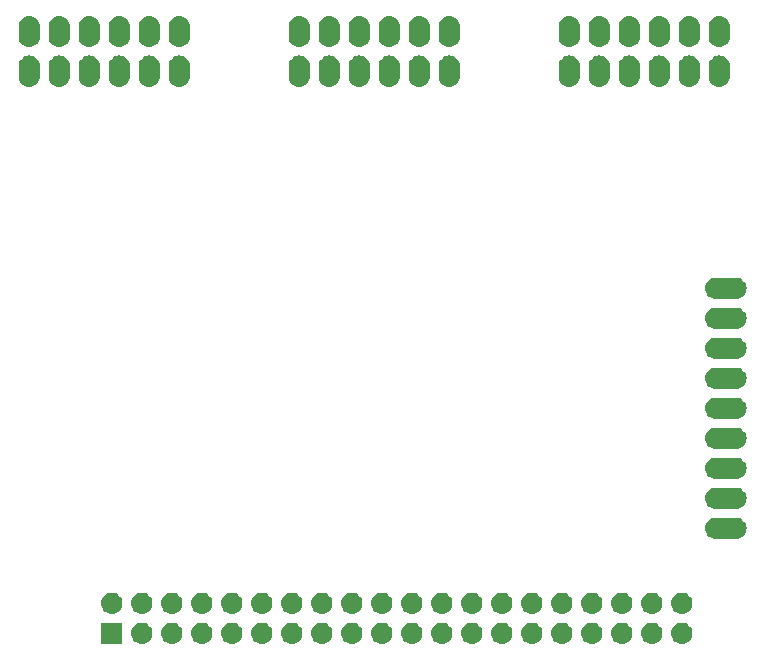
<source format=gbr>
G04 #@! TF.GenerationSoftware,KiCad,Pcbnew,5.1.4+dfsg1-1*
G04 #@! TF.CreationDate,2019-11-19T12:30:17-08:00*
G04 #@! TF.ProjectId,cartridge,63617274-7269-4646-9765-2e6b69636164,rev?*
G04 #@! TF.SameCoordinates,PX40311b0PY2227a70*
G04 #@! TF.FileFunction,Soldermask,Bot*
G04 #@! TF.FilePolarity,Negative*
%FSLAX46Y46*%
G04 Gerber Fmt 4.6, Leading zero omitted, Abs format (unit mm)*
G04 Created by KiCad (PCBNEW 5.1.4+dfsg1-1) date 2019-11-19 12:30:17*
%MOMM*%
%LPD*%
G04 APERTURE LIST*
%ADD10C,0.050000*%
G04 APERTURE END LIST*
D10*
G36*
X58530442Y-59811518D02*
G01*
X58596627Y-59818037D01*
X58766466Y-59869557D01*
X58922991Y-59953222D01*
X58958729Y-59982552D01*
X59060186Y-60065814D01*
X59143448Y-60167271D01*
X59172778Y-60203009D01*
X59256443Y-60359534D01*
X59307963Y-60529373D01*
X59325359Y-60706000D01*
X59307963Y-60882627D01*
X59256443Y-61052466D01*
X59172778Y-61208991D01*
X59143448Y-61244729D01*
X59060186Y-61346186D01*
X58958729Y-61429448D01*
X58922991Y-61458778D01*
X58766466Y-61542443D01*
X58596627Y-61593963D01*
X58530442Y-61600482D01*
X58464260Y-61607000D01*
X58375740Y-61607000D01*
X58309558Y-61600482D01*
X58243373Y-61593963D01*
X58073534Y-61542443D01*
X57917009Y-61458778D01*
X57881271Y-61429448D01*
X57779814Y-61346186D01*
X57696552Y-61244729D01*
X57667222Y-61208991D01*
X57583557Y-61052466D01*
X57532037Y-60882627D01*
X57514641Y-60706000D01*
X57532037Y-60529373D01*
X57583557Y-60359534D01*
X57667222Y-60203009D01*
X57696552Y-60167271D01*
X57779814Y-60065814D01*
X57881271Y-59982552D01*
X57917009Y-59953222D01*
X58073534Y-59869557D01*
X58243373Y-59818037D01*
X58309558Y-59811518D01*
X58375740Y-59805000D01*
X58464260Y-59805000D01*
X58530442Y-59811518D01*
X58530442Y-59811518D01*
G37*
G36*
X33130442Y-59811518D02*
G01*
X33196627Y-59818037D01*
X33366466Y-59869557D01*
X33522991Y-59953222D01*
X33558729Y-59982552D01*
X33660186Y-60065814D01*
X33743448Y-60167271D01*
X33772778Y-60203009D01*
X33856443Y-60359534D01*
X33907963Y-60529373D01*
X33925359Y-60706000D01*
X33907963Y-60882627D01*
X33856443Y-61052466D01*
X33772778Y-61208991D01*
X33743448Y-61244729D01*
X33660186Y-61346186D01*
X33558729Y-61429448D01*
X33522991Y-61458778D01*
X33366466Y-61542443D01*
X33196627Y-61593963D01*
X33130442Y-61600482D01*
X33064260Y-61607000D01*
X32975740Y-61607000D01*
X32909558Y-61600482D01*
X32843373Y-61593963D01*
X32673534Y-61542443D01*
X32517009Y-61458778D01*
X32481271Y-61429448D01*
X32379814Y-61346186D01*
X32296552Y-61244729D01*
X32267222Y-61208991D01*
X32183557Y-61052466D01*
X32132037Y-60882627D01*
X32114641Y-60706000D01*
X32132037Y-60529373D01*
X32183557Y-60359534D01*
X32267222Y-60203009D01*
X32296552Y-60167271D01*
X32379814Y-60065814D01*
X32481271Y-59982552D01*
X32517009Y-59953222D01*
X32673534Y-59869557D01*
X32843373Y-59818037D01*
X32909558Y-59811518D01*
X32975740Y-59805000D01*
X33064260Y-59805000D01*
X33130442Y-59811518D01*
X33130442Y-59811518D01*
G37*
G36*
X11061000Y-61607000D02*
G01*
X9259000Y-61607000D01*
X9259000Y-59805000D01*
X11061000Y-59805000D01*
X11061000Y-61607000D01*
X11061000Y-61607000D01*
G37*
G36*
X12810442Y-59811518D02*
G01*
X12876627Y-59818037D01*
X13046466Y-59869557D01*
X13202991Y-59953222D01*
X13238729Y-59982552D01*
X13340186Y-60065814D01*
X13423448Y-60167271D01*
X13452778Y-60203009D01*
X13536443Y-60359534D01*
X13587963Y-60529373D01*
X13605359Y-60706000D01*
X13587963Y-60882627D01*
X13536443Y-61052466D01*
X13452778Y-61208991D01*
X13423448Y-61244729D01*
X13340186Y-61346186D01*
X13238729Y-61429448D01*
X13202991Y-61458778D01*
X13046466Y-61542443D01*
X12876627Y-61593963D01*
X12810442Y-61600482D01*
X12744260Y-61607000D01*
X12655740Y-61607000D01*
X12589558Y-61600482D01*
X12523373Y-61593963D01*
X12353534Y-61542443D01*
X12197009Y-61458778D01*
X12161271Y-61429448D01*
X12059814Y-61346186D01*
X11976552Y-61244729D01*
X11947222Y-61208991D01*
X11863557Y-61052466D01*
X11812037Y-60882627D01*
X11794641Y-60706000D01*
X11812037Y-60529373D01*
X11863557Y-60359534D01*
X11947222Y-60203009D01*
X11976552Y-60167271D01*
X12059814Y-60065814D01*
X12161271Y-59982552D01*
X12197009Y-59953222D01*
X12353534Y-59869557D01*
X12523373Y-59818037D01*
X12589558Y-59811518D01*
X12655740Y-59805000D01*
X12744260Y-59805000D01*
X12810442Y-59811518D01*
X12810442Y-59811518D01*
G37*
G36*
X15350442Y-59811518D02*
G01*
X15416627Y-59818037D01*
X15586466Y-59869557D01*
X15742991Y-59953222D01*
X15778729Y-59982552D01*
X15880186Y-60065814D01*
X15963448Y-60167271D01*
X15992778Y-60203009D01*
X16076443Y-60359534D01*
X16127963Y-60529373D01*
X16145359Y-60706000D01*
X16127963Y-60882627D01*
X16076443Y-61052466D01*
X15992778Y-61208991D01*
X15963448Y-61244729D01*
X15880186Y-61346186D01*
X15778729Y-61429448D01*
X15742991Y-61458778D01*
X15586466Y-61542443D01*
X15416627Y-61593963D01*
X15350442Y-61600482D01*
X15284260Y-61607000D01*
X15195740Y-61607000D01*
X15129558Y-61600482D01*
X15063373Y-61593963D01*
X14893534Y-61542443D01*
X14737009Y-61458778D01*
X14701271Y-61429448D01*
X14599814Y-61346186D01*
X14516552Y-61244729D01*
X14487222Y-61208991D01*
X14403557Y-61052466D01*
X14352037Y-60882627D01*
X14334641Y-60706000D01*
X14352037Y-60529373D01*
X14403557Y-60359534D01*
X14487222Y-60203009D01*
X14516552Y-60167271D01*
X14599814Y-60065814D01*
X14701271Y-59982552D01*
X14737009Y-59953222D01*
X14893534Y-59869557D01*
X15063373Y-59818037D01*
X15129558Y-59811518D01*
X15195740Y-59805000D01*
X15284260Y-59805000D01*
X15350442Y-59811518D01*
X15350442Y-59811518D01*
G37*
G36*
X17890442Y-59811518D02*
G01*
X17956627Y-59818037D01*
X18126466Y-59869557D01*
X18282991Y-59953222D01*
X18318729Y-59982552D01*
X18420186Y-60065814D01*
X18503448Y-60167271D01*
X18532778Y-60203009D01*
X18616443Y-60359534D01*
X18667963Y-60529373D01*
X18685359Y-60706000D01*
X18667963Y-60882627D01*
X18616443Y-61052466D01*
X18532778Y-61208991D01*
X18503448Y-61244729D01*
X18420186Y-61346186D01*
X18318729Y-61429448D01*
X18282991Y-61458778D01*
X18126466Y-61542443D01*
X17956627Y-61593963D01*
X17890442Y-61600482D01*
X17824260Y-61607000D01*
X17735740Y-61607000D01*
X17669558Y-61600482D01*
X17603373Y-61593963D01*
X17433534Y-61542443D01*
X17277009Y-61458778D01*
X17241271Y-61429448D01*
X17139814Y-61346186D01*
X17056552Y-61244729D01*
X17027222Y-61208991D01*
X16943557Y-61052466D01*
X16892037Y-60882627D01*
X16874641Y-60706000D01*
X16892037Y-60529373D01*
X16943557Y-60359534D01*
X17027222Y-60203009D01*
X17056552Y-60167271D01*
X17139814Y-60065814D01*
X17241271Y-59982552D01*
X17277009Y-59953222D01*
X17433534Y-59869557D01*
X17603373Y-59818037D01*
X17669558Y-59811518D01*
X17735740Y-59805000D01*
X17824260Y-59805000D01*
X17890442Y-59811518D01*
X17890442Y-59811518D01*
G37*
G36*
X20430442Y-59811518D02*
G01*
X20496627Y-59818037D01*
X20666466Y-59869557D01*
X20822991Y-59953222D01*
X20858729Y-59982552D01*
X20960186Y-60065814D01*
X21043448Y-60167271D01*
X21072778Y-60203009D01*
X21156443Y-60359534D01*
X21207963Y-60529373D01*
X21225359Y-60706000D01*
X21207963Y-60882627D01*
X21156443Y-61052466D01*
X21072778Y-61208991D01*
X21043448Y-61244729D01*
X20960186Y-61346186D01*
X20858729Y-61429448D01*
X20822991Y-61458778D01*
X20666466Y-61542443D01*
X20496627Y-61593963D01*
X20430442Y-61600482D01*
X20364260Y-61607000D01*
X20275740Y-61607000D01*
X20209558Y-61600482D01*
X20143373Y-61593963D01*
X19973534Y-61542443D01*
X19817009Y-61458778D01*
X19781271Y-61429448D01*
X19679814Y-61346186D01*
X19596552Y-61244729D01*
X19567222Y-61208991D01*
X19483557Y-61052466D01*
X19432037Y-60882627D01*
X19414641Y-60706000D01*
X19432037Y-60529373D01*
X19483557Y-60359534D01*
X19567222Y-60203009D01*
X19596552Y-60167271D01*
X19679814Y-60065814D01*
X19781271Y-59982552D01*
X19817009Y-59953222D01*
X19973534Y-59869557D01*
X20143373Y-59818037D01*
X20209558Y-59811518D01*
X20275740Y-59805000D01*
X20364260Y-59805000D01*
X20430442Y-59811518D01*
X20430442Y-59811518D01*
G37*
G36*
X22970442Y-59811518D02*
G01*
X23036627Y-59818037D01*
X23206466Y-59869557D01*
X23362991Y-59953222D01*
X23398729Y-59982552D01*
X23500186Y-60065814D01*
X23583448Y-60167271D01*
X23612778Y-60203009D01*
X23696443Y-60359534D01*
X23747963Y-60529373D01*
X23765359Y-60706000D01*
X23747963Y-60882627D01*
X23696443Y-61052466D01*
X23612778Y-61208991D01*
X23583448Y-61244729D01*
X23500186Y-61346186D01*
X23398729Y-61429448D01*
X23362991Y-61458778D01*
X23206466Y-61542443D01*
X23036627Y-61593963D01*
X22970442Y-61600482D01*
X22904260Y-61607000D01*
X22815740Y-61607000D01*
X22749558Y-61600482D01*
X22683373Y-61593963D01*
X22513534Y-61542443D01*
X22357009Y-61458778D01*
X22321271Y-61429448D01*
X22219814Y-61346186D01*
X22136552Y-61244729D01*
X22107222Y-61208991D01*
X22023557Y-61052466D01*
X21972037Y-60882627D01*
X21954641Y-60706000D01*
X21972037Y-60529373D01*
X22023557Y-60359534D01*
X22107222Y-60203009D01*
X22136552Y-60167271D01*
X22219814Y-60065814D01*
X22321271Y-59982552D01*
X22357009Y-59953222D01*
X22513534Y-59869557D01*
X22683373Y-59818037D01*
X22749558Y-59811518D01*
X22815740Y-59805000D01*
X22904260Y-59805000D01*
X22970442Y-59811518D01*
X22970442Y-59811518D01*
G37*
G36*
X25510442Y-59811518D02*
G01*
X25576627Y-59818037D01*
X25746466Y-59869557D01*
X25902991Y-59953222D01*
X25938729Y-59982552D01*
X26040186Y-60065814D01*
X26123448Y-60167271D01*
X26152778Y-60203009D01*
X26236443Y-60359534D01*
X26287963Y-60529373D01*
X26305359Y-60706000D01*
X26287963Y-60882627D01*
X26236443Y-61052466D01*
X26152778Y-61208991D01*
X26123448Y-61244729D01*
X26040186Y-61346186D01*
X25938729Y-61429448D01*
X25902991Y-61458778D01*
X25746466Y-61542443D01*
X25576627Y-61593963D01*
X25510442Y-61600482D01*
X25444260Y-61607000D01*
X25355740Y-61607000D01*
X25289558Y-61600482D01*
X25223373Y-61593963D01*
X25053534Y-61542443D01*
X24897009Y-61458778D01*
X24861271Y-61429448D01*
X24759814Y-61346186D01*
X24676552Y-61244729D01*
X24647222Y-61208991D01*
X24563557Y-61052466D01*
X24512037Y-60882627D01*
X24494641Y-60706000D01*
X24512037Y-60529373D01*
X24563557Y-60359534D01*
X24647222Y-60203009D01*
X24676552Y-60167271D01*
X24759814Y-60065814D01*
X24861271Y-59982552D01*
X24897009Y-59953222D01*
X25053534Y-59869557D01*
X25223373Y-59818037D01*
X25289558Y-59811518D01*
X25355740Y-59805000D01*
X25444260Y-59805000D01*
X25510442Y-59811518D01*
X25510442Y-59811518D01*
G37*
G36*
X28050442Y-59811518D02*
G01*
X28116627Y-59818037D01*
X28286466Y-59869557D01*
X28442991Y-59953222D01*
X28478729Y-59982552D01*
X28580186Y-60065814D01*
X28663448Y-60167271D01*
X28692778Y-60203009D01*
X28776443Y-60359534D01*
X28827963Y-60529373D01*
X28845359Y-60706000D01*
X28827963Y-60882627D01*
X28776443Y-61052466D01*
X28692778Y-61208991D01*
X28663448Y-61244729D01*
X28580186Y-61346186D01*
X28478729Y-61429448D01*
X28442991Y-61458778D01*
X28286466Y-61542443D01*
X28116627Y-61593963D01*
X28050442Y-61600482D01*
X27984260Y-61607000D01*
X27895740Y-61607000D01*
X27829558Y-61600482D01*
X27763373Y-61593963D01*
X27593534Y-61542443D01*
X27437009Y-61458778D01*
X27401271Y-61429448D01*
X27299814Y-61346186D01*
X27216552Y-61244729D01*
X27187222Y-61208991D01*
X27103557Y-61052466D01*
X27052037Y-60882627D01*
X27034641Y-60706000D01*
X27052037Y-60529373D01*
X27103557Y-60359534D01*
X27187222Y-60203009D01*
X27216552Y-60167271D01*
X27299814Y-60065814D01*
X27401271Y-59982552D01*
X27437009Y-59953222D01*
X27593534Y-59869557D01*
X27763373Y-59818037D01*
X27829558Y-59811518D01*
X27895740Y-59805000D01*
X27984260Y-59805000D01*
X28050442Y-59811518D01*
X28050442Y-59811518D01*
G37*
G36*
X30590442Y-59811518D02*
G01*
X30656627Y-59818037D01*
X30826466Y-59869557D01*
X30982991Y-59953222D01*
X31018729Y-59982552D01*
X31120186Y-60065814D01*
X31203448Y-60167271D01*
X31232778Y-60203009D01*
X31316443Y-60359534D01*
X31367963Y-60529373D01*
X31385359Y-60706000D01*
X31367963Y-60882627D01*
X31316443Y-61052466D01*
X31232778Y-61208991D01*
X31203448Y-61244729D01*
X31120186Y-61346186D01*
X31018729Y-61429448D01*
X30982991Y-61458778D01*
X30826466Y-61542443D01*
X30656627Y-61593963D01*
X30590442Y-61600482D01*
X30524260Y-61607000D01*
X30435740Y-61607000D01*
X30369558Y-61600482D01*
X30303373Y-61593963D01*
X30133534Y-61542443D01*
X29977009Y-61458778D01*
X29941271Y-61429448D01*
X29839814Y-61346186D01*
X29756552Y-61244729D01*
X29727222Y-61208991D01*
X29643557Y-61052466D01*
X29592037Y-60882627D01*
X29574641Y-60706000D01*
X29592037Y-60529373D01*
X29643557Y-60359534D01*
X29727222Y-60203009D01*
X29756552Y-60167271D01*
X29839814Y-60065814D01*
X29941271Y-59982552D01*
X29977009Y-59953222D01*
X30133534Y-59869557D01*
X30303373Y-59818037D01*
X30369558Y-59811518D01*
X30435740Y-59805000D01*
X30524260Y-59805000D01*
X30590442Y-59811518D01*
X30590442Y-59811518D01*
G37*
G36*
X38210442Y-59811518D02*
G01*
X38276627Y-59818037D01*
X38446466Y-59869557D01*
X38602991Y-59953222D01*
X38638729Y-59982552D01*
X38740186Y-60065814D01*
X38823448Y-60167271D01*
X38852778Y-60203009D01*
X38936443Y-60359534D01*
X38987963Y-60529373D01*
X39005359Y-60706000D01*
X38987963Y-60882627D01*
X38936443Y-61052466D01*
X38852778Y-61208991D01*
X38823448Y-61244729D01*
X38740186Y-61346186D01*
X38638729Y-61429448D01*
X38602991Y-61458778D01*
X38446466Y-61542443D01*
X38276627Y-61593963D01*
X38210442Y-61600482D01*
X38144260Y-61607000D01*
X38055740Y-61607000D01*
X37989558Y-61600482D01*
X37923373Y-61593963D01*
X37753534Y-61542443D01*
X37597009Y-61458778D01*
X37561271Y-61429448D01*
X37459814Y-61346186D01*
X37376552Y-61244729D01*
X37347222Y-61208991D01*
X37263557Y-61052466D01*
X37212037Y-60882627D01*
X37194641Y-60706000D01*
X37212037Y-60529373D01*
X37263557Y-60359534D01*
X37347222Y-60203009D01*
X37376552Y-60167271D01*
X37459814Y-60065814D01*
X37561271Y-59982552D01*
X37597009Y-59953222D01*
X37753534Y-59869557D01*
X37923373Y-59818037D01*
X37989558Y-59811518D01*
X38055740Y-59805000D01*
X38144260Y-59805000D01*
X38210442Y-59811518D01*
X38210442Y-59811518D01*
G37*
G36*
X40750442Y-59811518D02*
G01*
X40816627Y-59818037D01*
X40986466Y-59869557D01*
X41142991Y-59953222D01*
X41178729Y-59982552D01*
X41280186Y-60065814D01*
X41363448Y-60167271D01*
X41392778Y-60203009D01*
X41476443Y-60359534D01*
X41527963Y-60529373D01*
X41545359Y-60706000D01*
X41527963Y-60882627D01*
X41476443Y-61052466D01*
X41392778Y-61208991D01*
X41363448Y-61244729D01*
X41280186Y-61346186D01*
X41178729Y-61429448D01*
X41142991Y-61458778D01*
X40986466Y-61542443D01*
X40816627Y-61593963D01*
X40750442Y-61600482D01*
X40684260Y-61607000D01*
X40595740Y-61607000D01*
X40529558Y-61600482D01*
X40463373Y-61593963D01*
X40293534Y-61542443D01*
X40137009Y-61458778D01*
X40101271Y-61429448D01*
X39999814Y-61346186D01*
X39916552Y-61244729D01*
X39887222Y-61208991D01*
X39803557Y-61052466D01*
X39752037Y-60882627D01*
X39734641Y-60706000D01*
X39752037Y-60529373D01*
X39803557Y-60359534D01*
X39887222Y-60203009D01*
X39916552Y-60167271D01*
X39999814Y-60065814D01*
X40101271Y-59982552D01*
X40137009Y-59953222D01*
X40293534Y-59869557D01*
X40463373Y-59818037D01*
X40529558Y-59811518D01*
X40595740Y-59805000D01*
X40684260Y-59805000D01*
X40750442Y-59811518D01*
X40750442Y-59811518D01*
G37*
G36*
X43290442Y-59811518D02*
G01*
X43356627Y-59818037D01*
X43526466Y-59869557D01*
X43682991Y-59953222D01*
X43718729Y-59982552D01*
X43820186Y-60065814D01*
X43903448Y-60167271D01*
X43932778Y-60203009D01*
X44016443Y-60359534D01*
X44067963Y-60529373D01*
X44085359Y-60706000D01*
X44067963Y-60882627D01*
X44016443Y-61052466D01*
X43932778Y-61208991D01*
X43903448Y-61244729D01*
X43820186Y-61346186D01*
X43718729Y-61429448D01*
X43682991Y-61458778D01*
X43526466Y-61542443D01*
X43356627Y-61593963D01*
X43290442Y-61600482D01*
X43224260Y-61607000D01*
X43135740Y-61607000D01*
X43069558Y-61600482D01*
X43003373Y-61593963D01*
X42833534Y-61542443D01*
X42677009Y-61458778D01*
X42641271Y-61429448D01*
X42539814Y-61346186D01*
X42456552Y-61244729D01*
X42427222Y-61208991D01*
X42343557Y-61052466D01*
X42292037Y-60882627D01*
X42274641Y-60706000D01*
X42292037Y-60529373D01*
X42343557Y-60359534D01*
X42427222Y-60203009D01*
X42456552Y-60167271D01*
X42539814Y-60065814D01*
X42641271Y-59982552D01*
X42677009Y-59953222D01*
X42833534Y-59869557D01*
X43003373Y-59818037D01*
X43069558Y-59811518D01*
X43135740Y-59805000D01*
X43224260Y-59805000D01*
X43290442Y-59811518D01*
X43290442Y-59811518D01*
G37*
G36*
X45830442Y-59811518D02*
G01*
X45896627Y-59818037D01*
X46066466Y-59869557D01*
X46222991Y-59953222D01*
X46258729Y-59982552D01*
X46360186Y-60065814D01*
X46443448Y-60167271D01*
X46472778Y-60203009D01*
X46556443Y-60359534D01*
X46607963Y-60529373D01*
X46625359Y-60706000D01*
X46607963Y-60882627D01*
X46556443Y-61052466D01*
X46472778Y-61208991D01*
X46443448Y-61244729D01*
X46360186Y-61346186D01*
X46258729Y-61429448D01*
X46222991Y-61458778D01*
X46066466Y-61542443D01*
X45896627Y-61593963D01*
X45830442Y-61600482D01*
X45764260Y-61607000D01*
X45675740Y-61607000D01*
X45609558Y-61600482D01*
X45543373Y-61593963D01*
X45373534Y-61542443D01*
X45217009Y-61458778D01*
X45181271Y-61429448D01*
X45079814Y-61346186D01*
X44996552Y-61244729D01*
X44967222Y-61208991D01*
X44883557Y-61052466D01*
X44832037Y-60882627D01*
X44814641Y-60706000D01*
X44832037Y-60529373D01*
X44883557Y-60359534D01*
X44967222Y-60203009D01*
X44996552Y-60167271D01*
X45079814Y-60065814D01*
X45181271Y-59982552D01*
X45217009Y-59953222D01*
X45373534Y-59869557D01*
X45543373Y-59818037D01*
X45609558Y-59811518D01*
X45675740Y-59805000D01*
X45764260Y-59805000D01*
X45830442Y-59811518D01*
X45830442Y-59811518D01*
G37*
G36*
X48370442Y-59811518D02*
G01*
X48436627Y-59818037D01*
X48606466Y-59869557D01*
X48762991Y-59953222D01*
X48798729Y-59982552D01*
X48900186Y-60065814D01*
X48983448Y-60167271D01*
X49012778Y-60203009D01*
X49096443Y-60359534D01*
X49147963Y-60529373D01*
X49165359Y-60706000D01*
X49147963Y-60882627D01*
X49096443Y-61052466D01*
X49012778Y-61208991D01*
X48983448Y-61244729D01*
X48900186Y-61346186D01*
X48798729Y-61429448D01*
X48762991Y-61458778D01*
X48606466Y-61542443D01*
X48436627Y-61593963D01*
X48370442Y-61600482D01*
X48304260Y-61607000D01*
X48215740Y-61607000D01*
X48149558Y-61600482D01*
X48083373Y-61593963D01*
X47913534Y-61542443D01*
X47757009Y-61458778D01*
X47721271Y-61429448D01*
X47619814Y-61346186D01*
X47536552Y-61244729D01*
X47507222Y-61208991D01*
X47423557Y-61052466D01*
X47372037Y-60882627D01*
X47354641Y-60706000D01*
X47372037Y-60529373D01*
X47423557Y-60359534D01*
X47507222Y-60203009D01*
X47536552Y-60167271D01*
X47619814Y-60065814D01*
X47721271Y-59982552D01*
X47757009Y-59953222D01*
X47913534Y-59869557D01*
X48083373Y-59818037D01*
X48149558Y-59811518D01*
X48215740Y-59805000D01*
X48304260Y-59805000D01*
X48370442Y-59811518D01*
X48370442Y-59811518D01*
G37*
G36*
X50910442Y-59811518D02*
G01*
X50976627Y-59818037D01*
X51146466Y-59869557D01*
X51302991Y-59953222D01*
X51338729Y-59982552D01*
X51440186Y-60065814D01*
X51523448Y-60167271D01*
X51552778Y-60203009D01*
X51636443Y-60359534D01*
X51687963Y-60529373D01*
X51705359Y-60706000D01*
X51687963Y-60882627D01*
X51636443Y-61052466D01*
X51552778Y-61208991D01*
X51523448Y-61244729D01*
X51440186Y-61346186D01*
X51338729Y-61429448D01*
X51302991Y-61458778D01*
X51146466Y-61542443D01*
X50976627Y-61593963D01*
X50910442Y-61600482D01*
X50844260Y-61607000D01*
X50755740Y-61607000D01*
X50689558Y-61600482D01*
X50623373Y-61593963D01*
X50453534Y-61542443D01*
X50297009Y-61458778D01*
X50261271Y-61429448D01*
X50159814Y-61346186D01*
X50076552Y-61244729D01*
X50047222Y-61208991D01*
X49963557Y-61052466D01*
X49912037Y-60882627D01*
X49894641Y-60706000D01*
X49912037Y-60529373D01*
X49963557Y-60359534D01*
X50047222Y-60203009D01*
X50076552Y-60167271D01*
X50159814Y-60065814D01*
X50261271Y-59982552D01*
X50297009Y-59953222D01*
X50453534Y-59869557D01*
X50623373Y-59818037D01*
X50689558Y-59811518D01*
X50755740Y-59805000D01*
X50844260Y-59805000D01*
X50910442Y-59811518D01*
X50910442Y-59811518D01*
G37*
G36*
X53450442Y-59811518D02*
G01*
X53516627Y-59818037D01*
X53686466Y-59869557D01*
X53842991Y-59953222D01*
X53878729Y-59982552D01*
X53980186Y-60065814D01*
X54063448Y-60167271D01*
X54092778Y-60203009D01*
X54176443Y-60359534D01*
X54227963Y-60529373D01*
X54245359Y-60706000D01*
X54227963Y-60882627D01*
X54176443Y-61052466D01*
X54092778Y-61208991D01*
X54063448Y-61244729D01*
X53980186Y-61346186D01*
X53878729Y-61429448D01*
X53842991Y-61458778D01*
X53686466Y-61542443D01*
X53516627Y-61593963D01*
X53450442Y-61600482D01*
X53384260Y-61607000D01*
X53295740Y-61607000D01*
X53229558Y-61600482D01*
X53163373Y-61593963D01*
X52993534Y-61542443D01*
X52837009Y-61458778D01*
X52801271Y-61429448D01*
X52699814Y-61346186D01*
X52616552Y-61244729D01*
X52587222Y-61208991D01*
X52503557Y-61052466D01*
X52452037Y-60882627D01*
X52434641Y-60706000D01*
X52452037Y-60529373D01*
X52503557Y-60359534D01*
X52587222Y-60203009D01*
X52616552Y-60167271D01*
X52699814Y-60065814D01*
X52801271Y-59982552D01*
X52837009Y-59953222D01*
X52993534Y-59869557D01*
X53163373Y-59818037D01*
X53229558Y-59811518D01*
X53295740Y-59805000D01*
X53384260Y-59805000D01*
X53450442Y-59811518D01*
X53450442Y-59811518D01*
G37*
G36*
X55990442Y-59811518D02*
G01*
X56056627Y-59818037D01*
X56226466Y-59869557D01*
X56382991Y-59953222D01*
X56418729Y-59982552D01*
X56520186Y-60065814D01*
X56603448Y-60167271D01*
X56632778Y-60203009D01*
X56716443Y-60359534D01*
X56767963Y-60529373D01*
X56785359Y-60706000D01*
X56767963Y-60882627D01*
X56716443Y-61052466D01*
X56632778Y-61208991D01*
X56603448Y-61244729D01*
X56520186Y-61346186D01*
X56418729Y-61429448D01*
X56382991Y-61458778D01*
X56226466Y-61542443D01*
X56056627Y-61593963D01*
X55990442Y-61600482D01*
X55924260Y-61607000D01*
X55835740Y-61607000D01*
X55769558Y-61600482D01*
X55703373Y-61593963D01*
X55533534Y-61542443D01*
X55377009Y-61458778D01*
X55341271Y-61429448D01*
X55239814Y-61346186D01*
X55156552Y-61244729D01*
X55127222Y-61208991D01*
X55043557Y-61052466D01*
X54992037Y-60882627D01*
X54974641Y-60706000D01*
X54992037Y-60529373D01*
X55043557Y-60359534D01*
X55127222Y-60203009D01*
X55156552Y-60167271D01*
X55239814Y-60065814D01*
X55341271Y-59982552D01*
X55377009Y-59953222D01*
X55533534Y-59869557D01*
X55703373Y-59818037D01*
X55769558Y-59811518D01*
X55835740Y-59805000D01*
X55924260Y-59805000D01*
X55990442Y-59811518D01*
X55990442Y-59811518D01*
G37*
G36*
X35670442Y-59811518D02*
G01*
X35736627Y-59818037D01*
X35906466Y-59869557D01*
X36062991Y-59953222D01*
X36098729Y-59982552D01*
X36200186Y-60065814D01*
X36283448Y-60167271D01*
X36312778Y-60203009D01*
X36396443Y-60359534D01*
X36447963Y-60529373D01*
X36465359Y-60706000D01*
X36447963Y-60882627D01*
X36396443Y-61052466D01*
X36312778Y-61208991D01*
X36283448Y-61244729D01*
X36200186Y-61346186D01*
X36098729Y-61429448D01*
X36062991Y-61458778D01*
X35906466Y-61542443D01*
X35736627Y-61593963D01*
X35670442Y-61600482D01*
X35604260Y-61607000D01*
X35515740Y-61607000D01*
X35449558Y-61600482D01*
X35383373Y-61593963D01*
X35213534Y-61542443D01*
X35057009Y-61458778D01*
X35021271Y-61429448D01*
X34919814Y-61346186D01*
X34836552Y-61244729D01*
X34807222Y-61208991D01*
X34723557Y-61052466D01*
X34672037Y-60882627D01*
X34654641Y-60706000D01*
X34672037Y-60529373D01*
X34723557Y-60359534D01*
X34807222Y-60203009D01*
X34836552Y-60167271D01*
X34919814Y-60065814D01*
X35021271Y-59982552D01*
X35057009Y-59953222D01*
X35213534Y-59869557D01*
X35383373Y-59818037D01*
X35449558Y-59811518D01*
X35515740Y-59805000D01*
X35604260Y-59805000D01*
X35670442Y-59811518D01*
X35670442Y-59811518D01*
G37*
G36*
X20430443Y-57271519D02*
G01*
X20496627Y-57278037D01*
X20666466Y-57329557D01*
X20822991Y-57413222D01*
X20858729Y-57442552D01*
X20960186Y-57525814D01*
X21043448Y-57627271D01*
X21072778Y-57663009D01*
X21156443Y-57819534D01*
X21207963Y-57989373D01*
X21225359Y-58166000D01*
X21207963Y-58342627D01*
X21156443Y-58512466D01*
X21072778Y-58668991D01*
X21043448Y-58704729D01*
X20960186Y-58806186D01*
X20858729Y-58889448D01*
X20822991Y-58918778D01*
X20666466Y-59002443D01*
X20496627Y-59053963D01*
X20430443Y-59060481D01*
X20364260Y-59067000D01*
X20275740Y-59067000D01*
X20209557Y-59060481D01*
X20143373Y-59053963D01*
X19973534Y-59002443D01*
X19817009Y-58918778D01*
X19781271Y-58889448D01*
X19679814Y-58806186D01*
X19596552Y-58704729D01*
X19567222Y-58668991D01*
X19483557Y-58512466D01*
X19432037Y-58342627D01*
X19414641Y-58166000D01*
X19432037Y-57989373D01*
X19483557Y-57819534D01*
X19567222Y-57663009D01*
X19596552Y-57627271D01*
X19679814Y-57525814D01*
X19781271Y-57442552D01*
X19817009Y-57413222D01*
X19973534Y-57329557D01*
X20143373Y-57278037D01*
X20209557Y-57271519D01*
X20275740Y-57265000D01*
X20364260Y-57265000D01*
X20430443Y-57271519D01*
X20430443Y-57271519D01*
G37*
G36*
X22970443Y-57271519D02*
G01*
X23036627Y-57278037D01*
X23206466Y-57329557D01*
X23362991Y-57413222D01*
X23398729Y-57442552D01*
X23500186Y-57525814D01*
X23583448Y-57627271D01*
X23612778Y-57663009D01*
X23696443Y-57819534D01*
X23747963Y-57989373D01*
X23765359Y-58166000D01*
X23747963Y-58342627D01*
X23696443Y-58512466D01*
X23612778Y-58668991D01*
X23583448Y-58704729D01*
X23500186Y-58806186D01*
X23398729Y-58889448D01*
X23362991Y-58918778D01*
X23206466Y-59002443D01*
X23036627Y-59053963D01*
X22970443Y-59060481D01*
X22904260Y-59067000D01*
X22815740Y-59067000D01*
X22749557Y-59060481D01*
X22683373Y-59053963D01*
X22513534Y-59002443D01*
X22357009Y-58918778D01*
X22321271Y-58889448D01*
X22219814Y-58806186D01*
X22136552Y-58704729D01*
X22107222Y-58668991D01*
X22023557Y-58512466D01*
X21972037Y-58342627D01*
X21954641Y-58166000D01*
X21972037Y-57989373D01*
X22023557Y-57819534D01*
X22107222Y-57663009D01*
X22136552Y-57627271D01*
X22219814Y-57525814D01*
X22321271Y-57442552D01*
X22357009Y-57413222D01*
X22513534Y-57329557D01*
X22683373Y-57278037D01*
X22749557Y-57271519D01*
X22815740Y-57265000D01*
X22904260Y-57265000D01*
X22970443Y-57271519D01*
X22970443Y-57271519D01*
G37*
G36*
X28050443Y-57271519D02*
G01*
X28116627Y-57278037D01*
X28286466Y-57329557D01*
X28442991Y-57413222D01*
X28478729Y-57442552D01*
X28580186Y-57525814D01*
X28663448Y-57627271D01*
X28692778Y-57663009D01*
X28776443Y-57819534D01*
X28827963Y-57989373D01*
X28845359Y-58166000D01*
X28827963Y-58342627D01*
X28776443Y-58512466D01*
X28692778Y-58668991D01*
X28663448Y-58704729D01*
X28580186Y-58806186D01*
X28478729Y-58889448D01*
X28442991Y-58918778D01*
X28286466Y-59002443D01*
X28116627Y-59053963D01*
X28050443Y-59060481D01*
X27984260Y-59067000D01*
X27895740Y-59067000D01*
X27829557Y-59060481D01*
X27763373Y-59053963D01*
X27593534Y-59002443D01*
X27437009Y-58918778D01*
X27401271Y-58889448D01*
X27299814Y-58806186D01*
X27216552Y-58704729D01*
X27187222Y-58668991D01*
X27103557Y-58512466D01*
X27052037Y-58342627D01*
X27034641Y-58166000D01*
X27052037Y-57989373D01*
X27103557Y-57819534D01*
X27187222Y-57663009D01*
X27216552Y-57627271D01*
X27299814Y-57525814D01*
X27401271Y-57442552D01*
X27437009Y-57413222D01*
X27593534Y-57329557D01*
X27763373Y-57278037D01*
X27829557Y-57271519D01*
X27895740Y-57265000D01*
X27984260Y-57265000D01*
X28050443Y-57271519D01*
X28050443Y-57271519D01*
G37*
G36*
X25510443Y-57271519D02*
G01*
X25576627Y-57278037D01*
X25746466Y-57329557D01*
X25902991Y-57413222D01*
X25938729Y-57442552D01*
X26040186Y-57525814D01*
X26123448Y-57627271D01*
X26152778Y-57663009D01*
X26236443Y-57819534D01*
X26287963Y-57989373D01*
X26305359Y-58166000D01*
X26287963Y-58342627D01*
X26236443Y-58512466D01*
X26152778Y-58668991D01*
X26123448Y-58704729D01*
X26040186Y-58806186D01*
X25938729Y-58889448D01*
X25902991Y-58918778D01*
X25746466Y-59002443D01*
X25576627Y-59053963D01*
X25510443Y-59060481D01*
X25444260Y-59067000D01*
X25355740Y-59067000D01*
X25289557Y-59060481D01*
X25223373Y-59053963D01*
X25053534Y-59002443D01*
X24897009Y-58918778D01*
X24861271Y-58889448D01*
X24759814Y-58806186D01*
X24676552Y-58704729D01*
X24647222Y-58668991D01*
X24563557Y-58512466D01*
X24512037Y-58342627D01*
X24494641Y-58166000D01*
X24512037Y-57989373D01*
X24563557Y-57819534D01*
X24647222Y-57663009D01*
X24676552Y-57627271D01*
X24759814Y-57525814D01*
X24861271Y-57442552D01*
X24897009Y-57413222D01*
X25053534Y-57329557D01*
X25223373Y-57278037D01*
X25289557Y-57271519D01*
X25355740Y-57265000D01*
X25444260Y-57265000D01*
X25510443Y-57271519D01*
X25510443Y-57271519D01*
G37*
G36*
X45830443Y-57271519D02*
G01*
X45896627Y-57278037D01*
X46066466Y-57329557D01*
X46222991Y-57413222D01*
X46258729Y-57442552D01*
X46360186Y-57525814D01*
X46443448Y-57627271D01*
X46472778Y-57663009D01*
X46556443Y-57819534D01*
X46607963Y-57989373D01*
X46625359Y-58166000D01*
X46607963Y-58342627D01*
X46556443Y-58512466D01*
X46472778Y-58668991D01*
X46443448Y-58704729D01*
X46360186Y-58806186D01*
X46258729Y-58889448D01*
X46222991Y-58918778D01*
X46066466Y-59002443D01*
X45896627Y-59053963D01*
X45830443Y-59060481D01*
X45764260Y-59067000D01*
X45675740Y-59067000D01*
X45609557Y-59060481D01*
X45543373Y-59053963D01*
X45373534Y-59002443D01*
X45217009Y-58918778D01*
X45181271Y-58889448D01*
X45079814Y-58806186D01*
X44996552Y-58704729D01*
X44967222Y-58668991D01*
X44883557Y-58512466D01*
X44832037Y-58342627D01*
X44814641Y-58166000D01*
X44832037Y-57989373D01*
X44883557Y-57819534D01*
X44967222Y-57663009D01*
X44996552Y-57627271D01*
X45079814Y-57525814D01*
X45181271Y-57442552D01*
X45217009Y-57413222D01*
X45373534Y-57329557D01*
X45543373Y-57278037D01*
X45609557Y-57271519D01*
X45675740Y-57265000D01*
X45764260Y-57265000D01*
X45830443Y-57271519D01*
X45830443Y-57271519D01*
G37*
G36*
X53450443Y-57271519D02*
G01*
X53516627Y-57278037D01*
X53686466Y-57329557D01*
X53842991Y-57413222D01*
X53878729Y-57442552D01*
X53980186Y-57525814D01*
X54063448Y-57627271D01*
X54092778Y-57663009D01*
X54176443Y-57819534D01*
X54227963Y-57989373D01*
X54245359Y-58166000D01*
X54227963Y-58342627D01*
X54176443Y-58512466D01*
X54092778Y-58668991D01*
X54063448Y-58704729D01*
X53980186Y-58806186D01*
X53878729Y-58889448D01*
X53842991Y-58918778D01*
X53686466Y-59002443D01*
X53516627Y-59053963D01*
X53450443Y-59060481D01*
X53384260Y-59067000D01*
X53295740Y-59067000D01*
X53229557Y-59060481D01*
X53163373Y-59053963D01*
X52993534Y-59002443D01*
X52837009Y-58918778D01*
X52801271Y-58889448D01*
X52699814Y-58806186D01*
X52616552Y-58704729D01*
X52587222Y-58668991D01*
X52503557Y-58512466D01*
X52452037Y-58342627D01*
X52434641Y-58166000D01*
X52452037Y-57989373D01*
X52503557Y-57819534D01*
X52587222Y-57663009D01*
X52616552Y-57627271D01*
X52699814Y-57525814D01*
X52801271Y-57442552D01*
X52837009Y-57413222D01*
X52993534Y-57329557D01*
X53163373Y-57278037D01*
X53229557Y-57271519D01*
X53295740Y-57265000D01*
X53384260Y-57265000D01*
X53450443Y-57271519D01*
X53450443Y-57271519D01*
G37*
G36*
X48370443Y-57271519D02*
G01*
X48436627Y-57278037D01*
X48606466Y-57329557D01*
X48762991Y-57413222D01*
X48798729Y-57442552D01*
X48900186Y-57525814D01*
X48983448Y-57627271D01*
X49012778Y-57663009D01*
X49096443Y-57819534D01*
X49147963Y-57989373D01*
X49165359Y-58166000D01*
X49147963Y-58342627D01*
X49096443Y-58512466D01*
X49012778Y-58668991D01*
X48983448Y-58704729D01*
X48900186Y-58806186D01*
X48798729Y-58889448D01*
X48762991Y-58918778D01*
X48606466Y-59002443D01*
X48436627Y-59053963D01*
X48370443Y-59060481D01*
X48304260Y-59067000D01*
X48215740Y-59067000D01*
X48149557Y-59060481D01*
X48083373Y-59053963D01*
X47913534Y-59002443D01*
X47757009Y-58918778D01*
X47721271Y-58889448D01*
X47619814Y-58806186D01*
X47536552Y-58704729D01*
X47507222Y-58668991D01*
X47423557Y-58512466D01*
X47372037Y-58342627D01*
X47354641Y-58166000D01*
X47372037Y-57989373D01*
X47423557Y-57819534D01*
X47507222Y-57663009D01*
X47536552Y-57627271D01*
X47619814Y-57525814D01*
X47721271Y-57442552D01*
X47757009Y-57413222D01*
X47913534Y-57329557D01*
X48083373Y-57278037D01*
X48149557Y-57271519D01*
X48215740Y-57265000D01*
X48304260Y-57265000D01*
X48370443Y-57271519D01*
X48370443Y-57271519D01*
G37*
G36*
X43290443Y-57271519D02*
G01*
X43356627Y-57278037D01*
X43526466Y-57329557D01*
X43682991Y-57413222D01*
X43718729Y-57442552D01*
X43820186Y-57525814D01*
X43903448Y-57627271D01*
X43932778Y-57663009D01*
X44016443Y-57819534D01*
X44067963Y-57989373D01*
X44085359Y-58166000D01*
X44067963Y-58342627D01*
X44016443Y-58512466D01*
X43932778Y-58668991D01*
X43903448Y-58704729D01*
X43820186Y-58806186D01*
X43718729Y-58889448D01*
X43682991Y-58918778D01*
X43526466Y-59002443D01*
X43356627Y-59053963D01*
X43290443Y-59060481D01*
X43224260Y-59067000D01*
X43135740Y-59067000D01*
X43069557Y-59060481D01*
X43003373Y-59053963D01*
X42833534Y-59002443D01*
X42677009Y-58918778D01*
X42641271Y-58889448D01*
X42539814Y-58806186D01*
X42456552Y-58704729D01*
X42427222Y-58668991D01*
X42343557Y-58512466D01*
X42292037Y-58342627D01*
X42274641Y-58166000D01*
X42292037Y-57989373D01*
X42343557Y-57819534D01*
X42427222Y-57663009D01*
X42456552Y-57627271D01*
X42539814Y-57525814D01*
X42641271Y-57442552D01*
X42677009Y-57413222D01*
X42833534Y-57329557D01*
X43003373Y-57278037D01*
X43069557Y-57271519D01*
X43135740Y-57265000D01*
X43224260Y-57265000D01*
X43290443Y-57271519D01*
X43290443Y-57271519D01*
G37*
G36*
X58530443Y-57271519D02*
G01*
X58596627Y-57278037D01*
X58766466Y-57329557D01*
X58922991Y-57413222D01*
X58958729Y-57442552D01*
X59060186Y-57525814D01*
X59143448Y-57627271D01*
X59172778Y-57663009D01*
X59256443Y-57819534D01*
X59307963Y-57989373D01*
X59325359Y-58166000D01*
X59307963Y-58342627D01*
X59256443Y-58512466D01*
X59172778Y-58668991D01*
X59143448Y-58704729D01*
X59060186Y-58806186D01*
X58958729Y-58889448D01*
X58922991Y-58918778D01*
X58766466Y-59002443D01*
X58596627Y-59053963D01*
X58530443Y-59060481D01*
X58464260Y-59067000D01*
X58375740Y-59067000D01*
X58309557Y-59060481D01*
X58243373Y-59053963D01*
X58073534Y-59002443D01*
X57917009Y-58918778D01*
X57881271Y-58889448D01*
X57779814Y-58806186D01*
X57696552Y-58704729D01*
X57667222Y-58668991D01*
X57583557Y-58512466D01*
X57532037Y-58342627D01*
X57514641Y-58166000D01*
X57532037Y-57989373D01*
X57583557Y-57819534D01*
X57667222Y-57663009D01*
X57696552Y-57627271D01*
X57779814Y-57525814D01*
X57881271Y-57442552D01*
X57917009Y-57413222D01*
X58073534Y-57329557D01*
X58243373Y-57278037D01*
X58309557Y-57271519D01*
X58375740Y-57265000D01*
X58464260Y-57265000D01*
X58530443Y-57271519D01*
X58530443Y-57271519D01*
G37*
G36*
X55990443Y-57271519D02*
G01*
X56056627Y-57278037D01*
X56226466Y-57329557D01*
X56382991Y-57413222D01*
X56418729Y-57442552D01*
X56520186Y-57525814D01*
X56603448Y-57627271D01*
X56632778Y-57663009D01*
X56716443Y-57819534D01*
X56767963Y-57989373D01*
X56785359Y-58166000D01*
X56767963Y-58342627D01*
X56716443Y-58512466D01*
X56632778Y-58668991D01*
X56603448Y-58704729D01*
X56520186Y-58806186D01*
X56418729Y-58889448D01*
X56382991Y-58918778D01*
X56226466Y-59002443D01*
X56056627Y-59053963D01*
X55990443Y-59060481D01*
X55924260Y-59067000D01*
X55835740Y-59067000D01*
X55769557Y-59060481D01*
X55703373Y-59053963D01*
X55533534Y-59002443D01*
X55377009Y-58918778D01*
X55341271Y-58889448D01*
X55239814Y-58806186D01*
X55156552Y-58704729D01*
X55127222Y-58668991D01*
X55043557Y-58512466D01*
X54992037Y-58342627D01*
X54974641Y-58166000D01*
X54992037Y-57989373D01*
X55043557Y-57819534D01*
X55127222Y-57663009D01*
X55156552Y-57627271D01*
X55239814Y-57525814D01*
X55341271Y-57442552D01*
X55377009Y-57413222D01*
X55533534Y-57329557D01*
X55703373Y-57278037D01*
X55769557Y-57271519D01*
X55835740Y-57265000D01*
X55924260Y-57265000D01*
X55990443Y-57271519D01*
X55990443Y-57271519D01*
G37*
G36*
X30590443Y-57271519D02*
G01*
X30656627Y-57278037D01*
X30826466Y-57329557D01*
X30982991Y-57413222D01*
X31018729Y-57442552D01*
X31120186Y-57525814D01*
X31203448Y-57627271D01*
X31232778Y-57663009D01*
X31316443Y-57819534D01*
X31367963Y-57989373D01*
X31385359Y-58166000D01*
X31367963Y-58342627D01*
X31316443Y-58512466D01*
X31232778Y-58668991D01*
X31203448Y-58704729D01*
X31120186Y-58806186D01*
X31018729Y-58889448D01*
X30982991Y-58918778D01*
X30826466Y-59002443D01*
X30656627Y-59053963D01*
X30590443Y-59060481D01*
X30524260Y-59067000D01*
X30435740Y-59067000D01*
X30369557Y-59060481D01*
X30303373Y-59053963D01*
X30133534Y-59002443D01*
X29977009Y-58918778D01*
X29941271Y-58889448D01*
X29839814Y-58806186D01*
X29756552Y-58704729D01*
X29727222Y-58668991D01*
X29643557Y-58512466D01*
X29592037Y-58342627D01*
X29574641Y-58166000D01*
X29592037Y-57989373D01*
X29643557Y-57819534D01*
X29727222Y-57663009D01*
X29756552Y-57627271D01*
X29839814Y-57525814D01*
X29941271Y-57442552D01*
X29977009Y-57413222D01*
X30133534Y-57329557D01*
X30303373Y-57278037D01*
X30369557Y-57271519D01*
X30435740Y-57265000D01*
X30524260Y-57265000D01*
X30590443Y-57271519D01*
X30590443Y-57271519D01*
G37*
G36*
X33130443Y-57271519D02*
G01*
X33196627Y-57278037D01*
X33366466Y-57329557D01*
X33522991Y-57413222D01*
X33558729Y-57442552D01*
X33660186Y-57525814D01*
X33743448Y-57627271D01*
X33772778Y-57663009D01*
X33856443Y-57819534D01*
X33907963Y-57989373D01*
X33925359Y-58166000D01*
X33907963Y-58342627D01*
X33856443Y-58512466D01*
X33772778Y-58668991D01*
X33743448Y-58704729D01*
X33660186Y-58806186D01*
X33558729Y-58889448D01*
X33522991Y-58918778D01*
X33366466Y-59002443D01*
X33196627Y-59053963D01*
X33130443Y-59060481D01*
X33064260Y-59067000D01*
X32975740Y-59067000D01*
X32909557Y-59060481D01*
X32843373Y-59053963D01*
X32673534Y-59002443D01*
X32517009Y-58918778D01*
X32481271Y-58889448D01*
X32379814Y-58806186D01*
X32296552Y-58704729D01*
X32267222Y-58668991D01*
X32183557Y-58512466D01*
X32132037Y-58342627D01*
X32114641Y-58166000D01*
X32132037Y-57989373D01*
X32183557Y-57819534D01*
X32267222Y-57663009D01*
X32296552Y-57627271D01*
X32379814Y-57525814D01*
X32481271Y-57442552D01*
X32517009Y-57413222D01*
X32673534Y-57329557D01*
X32843373Y-57278037D01*
X32909557Y-57271519D01*
X32975740Y-57265000D01*
X33064260Y-57265000D01*
X33130443Y-57271519D01*
X33130443Y-57271519D01*
G37*
G36*
X17890443Y-57271519D02*
G01*
X17956627Y-57278037D01*
X18126466Y-57329557D01*
X18282991Y-57413222D01*
X18318729Y-57442552D01*
X18420186Y-57525814D01*
X18503448Y-57627271D01*
X18532778Y-57663009D01*
X18616443Y-57819534D01*
X18667963Y-57989373D01*
X18685359Y-58166000D01*
X18667963Y-58342627D01*
X18616443Y-58512466D01*
X18532778Y-58668991D01*
X18503448Y-58704729D01*
X18420186Y-58806186D01*
X18318729Y-58889448D01*
X18282991Y-58918778D01*
X18126466Y-59002443D01*
X17956627Y-59053963D01*
X17890443Y-59060481D01*
X17824260Y-59067000D01*
X17735740Y-59067000D01*
X17669557Y-59060481D01*
X17603373Y-59053963D01*
X17433534Y-59002443D01*
X17277009Y-58918778D01*
X17241271Y-58889448D01*
X17139814Y-58806186D01*
X17056552Y-58704729D01*
X17027222Y-58668991D01*
X16943557Y-58512466D01*
X16892037Y-58342627D01*
X16874641Y-58166000D01*
X16892037Y-57989373D01*
X16943557Y-57819534D01*
X17027222Y-57663009D01*
X17056552Y-57627271D01*
X17139814Y-57525814D01*
X17241271Y-57442552D01*
X17277009Y-57413222D01*
X17433534Y-57329557D01*
X17603373Y-57278037D01*
X17669557Y-57271519D01*
X17735740Y-57265000D01*
X17824260Y-57265000D01*
X17890443Y-57271519D01*
X17890443Y-57271519D01*
G37*
G36*
X15350443Y-57271519D02*
G01*
X15416627Y-57278037D01*
X15586466Y-57329557D01*
X15742991Y-57413222D01*
X15778729Y-57442552D01*
X15880186Y-57525814D01*
X15963448Y-57627271D01*
X15992778Y-57663009D01*
X16076443Y-57819534D01*
X16127963Y-57989373D01*
X16145359Y-58166000D01*
X16127963Y-58342627D01*
X16076443Y-58512466D01*
X15992778Y-58668991D01*
X15963448Y-58704729D01*
X15880186Y-58806186D01*
X15778729Y-58889448D01*
X15742991Y-58918778D01*
X15586466Y-59002443D01*
X15416627Y-59053963D01*
X15350443Y-59060481D01*
X15284260Y-59067000D01*
X15195740Y-59067000D01*
X15129557Y-59060481D01*
X15063373Y-59053963D01*
X14893534Y-59002443D01*
X14737009Y-58918778D01*
X14701271Y-58889448D01*
X14599814Y-58806186D01*
X14516552Y-58704729D01*
X14487222Y-58668991D01*
X14403557Y-58512466D01*
X14352037Y-58342627D01*
X14334641Y-58166000D01*
X14352037Y-57989373D01*
X14403557Y-57819534D01*
X14487222Y-57663009D01*
X14516552Y-57627271D01*
X14599814Y-57525814D01*
X14701271Y-57442552D01*
X14737009Y-57413222D01*
X14893534Y-57329557D01*
X15063373Y-57278037D01*
X15129557Y-57271519D01*
X15195740Y-57265000D01*
X15284260Y-57265000D01*
X15350443Y-57271519D01*
X15350443Y-57271519D01*
G37*
G36*
X38210443Y-57271519D02*
G01*
X38276627Y-57278037D01*
X38446466Y-57329557D01*
X38602991Y-57413222D01*
X38638729Y-57442552D01*
X38740186Y-57525814D01*
X38823448Y-57627271D01*
X38852778Y-57663009D01*
X38936443Y-57819534D01*
X38987963Y-57989373D01*
X39005359Y-58166000D01*
X38987963Y-58342627D01*
X38936443Y-58512466D01*
X38852778Y-58668991D01*
X38823448Y-58704729D01*
X38740186Y-58806186D01*
X38638729Y-58889448D01*
X38602991Y-58918778D01*
X38446466Y-59002443D01*
X38276627Y-59053963D01*
X38210443Y-59060481D01*
X38144260Y-59067000D01*
X38055740Y-59067000D01*
X37989557Y-59060481D01*
X37923373Y-59053963D01*
X37753534Y-59002443D01*
X37597009Y-58918778D01*
X37561271Y-58889448D01*
X37459814Y-58806186D01*
X37376552Y-58704729D01*
X37347222Y-58668991D01*
X37263557Y-58512466D01*
X37212037Y-58342627D01*
X37194641Y-58166000D01*
X37212037Y-57989373D01*
X37263557Y-57819534D01*
X37347222Y-57663009D01*
X37376552Y-57627271D01*
X37459814Y-57525814D01*
X37561271Y-57442552D01*
X37597009Y-57413222D01*
X37753534Y-57329557D01*
X37923373Y-57278037D01*
X37989557Y-57271519D01*
X38055740Y-57265000D01*
X38144260Y-57265000D01*
X38210443Y-57271519D01*
X38210443Y-57271519D01*
G37*
G36*
X12810443Y-57271519D02*
G01*
X12876627Y-57278037D01*
X13046466Y-57329557D01*
X13202991Y-57413222D01*
X13238729Y-57442552D01*
X13340186Y-57525814D01*
X13423448Y-57627271D01*
X13452778Y-57663009D01*
X13536443Y-57819534D01*
X13587963Y-57989373D01*
X13605359Y-58166000D01*
X13587963Y-58342627D01*
X13536443Y-58512466D01*
X13452778Y-58668991D01*
X13423448Y-58704729D01*
X13340186Y-58806186D01*
X13238729Y-58889448D01*
X13202991Y-58918778D01*
X13046466Y-59002443D01*
X12876627Y-59053963D01*
X12810443Y-59060481D01*
X12744260Y-59067000D01*
X12655740Y-59067000D01*
X12589557Y-59060481D01*
X12523373Y-59053963D01*
X12353534Y-59002443D01*
X12197009Y-58918778D01*
X12161271Y-58889448D01*
X12059814Y-58806186D01*
X11976552Y-58704729D01*
X11947222Y-58668991D01*
X11863557Y-58512466D01*
X11812037Y-58342627D01*
X11794641Y-58166000D01*
X11812037Y-57989373D01*
X11863557Y-57819534D01*
X11947222Y-57663009D01*
X11976552Y-57627271D01*
X12059814Y-57525814D01*
X12161271Y-57442552D01*
X12197009Y-57413222D01*
X12353534Y-57329557D01*
X12523373Y-57278037D01*
X12589557Y-57271519D01*
X12655740Y-57265000D01*
X12744260Y-57265000D01*
X12810443Y-57271519D01*
X12810443Y-57271519D01*
G37*
G36*
X10270443Y-57271519D02*
G01*
X10336627Y-57278037D01*
X10506466Y-57329557D01*
X10662991Y-57413222D01*
X10698729Y-57442552D01*
X10800186Y-57525814D01*
X10883448Y-57627271D01*
X10912778Y-57663009D01*
X10996443Y-57819534D01*
X11047963Y-57989373D01*
X11065359Y-58166000D01*
X11047963Y-58342627D01*
X10996443Y-58512466D01*
X10912778Y-58668991D01*
X10883448Y-58704729D01*
X10800186Y-58806186D01*
X10698729Y-58889448D01*
X10662991Y-58918778D01*
X10506466Y-59002443D01*
X10336627Y-59053963D01*
X10270443Y-59060481D01*
X10204260Y-59067000D01*
X10115740Y-59067000D01*
X10049557Y-59060481D01*
X9983373Y-59053963D01*
X9813534Y-59002443D01*
X9657009Y-58918778D01*
X9621271Y-58889448D01*
X9519814Y-58806186D01*
X9436552Y-58704729D01*
X9407222Y-58668991D01*
X9323557Y-58512466D01*
X9272037Y-58342627D01*
X9254641Y-58166000D01*
X9272037Y-57989373D01*
X9323557Y-57819534D01*
X9407222Y-57663009D01*
X9436552Y-57627271D01*
X9519814Y-57525814D01*
X9621271Y-57442552D01*
X9657009Y-57413222D01*
X9813534Y-57329557D01*
X9983373Y-57278037D01*
X10049557Y-57271519D01*
X10115740Y-57265000D01*
X10204260Y-57265000D01*
X10270443Y-57271519D01*
X10270443Y-57271519D01*
G37*
G36*
X40750443Y-57271519D02*
G01*
X40816627Y-57278037D01*
X40986466Y-57329557D01*
X41142991Y-57413222D01*
X41178729Y-57442552D01*
X41280186Y-57525814D01*
X41363448Y-57627271D01*
X41392778Y-57663009D01*
X41476443Y-57819534D01*
X41527963Y-57989373D01*
X41545359Y-58166000D01*
X41527963Y-58342627D01*
X41476443Y-58512466D01*
X41392778Y-58668991D01*
X41363448Y-58704729D01*
X41280186Y-58806186D01*
X41178729Y-58889448D01*
X41142991Y-58918778D01*
X40986466Y-59002443D01*
X40816627Y-59053963D01*
X40750443Y-59060481D01*
X40684260Y-59067000D01*
X40595740Y-59067000D01*
X40529557Y-59060481D01*
X40463373Y-59053963D01*
X40293534Y-59002443D01*
X40137009Y-58918778D01*
X40101271Y-58889448D01*
X39999814Y-58806186D01*
X39916552Y-58704729D01*
X39887222Y-58668991D01*
X39803557Y-58512466D01*
X39752037Y-58342627D01*
X39734641Y-58166000D01*
X39752037Y-57989373D01*
X39803557Y-57819534D01*
X39887222Y-57663009D01*
X39916552Y-57627271D01*
X39999814Y-57525814D01*
X40101271Y-57442552D01*
X40137009Y-57413222D01*
X40293534Y-57329557D01*
X40463373Y-57278037D01*
X40529557Y-57271519D01*
X40595740Y-57265000D01*
X40684260Y-57265000D01*
X40750443Y-57271519D01*
X40750443Y-57271519D01*
G37*
G36*
X50910443Y-57271519D02*
G01*
X50976627Y-57278037D01*
X51146466Y-57329557D01*
X51302991Y-57413222D01*
X51338729Y-57442552D01*
X51440186Y-57525814D01*
X51523448Y-57627271D01*
X51552778Y-57663009D01*
X51636443Y-57819534D01*
X51687963Y-57989373D01*
X51705359Y-58166000D01*
X51687963Y-58342627D01*
X51636443Y-58512466D01*
X51552778Y-58668991D01*
X51523448Y-58704729D01*
X51440186Y-58806186D01*
X51338729Y-58889448D01*
X51302991Y-58918778D01*
X51146466Y-59002443D01*
X50976627Y-59053963D01*
X50910443Y-59060481D01*
X50844260Y-59067000D01*
X50755740Y-59067000D01*
X50689557Y-59060481D01*
X50623373Y-59053963D01*
X50453534Y-59002443D01*
X50297009Y-58918778D01*
X50261271Y-58889448D01*
X50159814Y-58806186D01*
X50076552Y-58704729D01*
X50047222Y-58668991D01*
X49963557Y-58512466D01*
X49912037Y-58342627D01*
X49894641Y-58166000D01*
X49912037Y-57989373D01*
X49963557Y-57819534D01*
X50047222Y-57663009D01*
X50076552Y-57627271D01*
X50159814Y-57525814D01*
X50261271Y-57442552D01*
X50297009Y-57413222D01*
X50453534Y-57329557D01*
X50623373Y-57278037D01*
X50689557Y-57271519D01*
X50755740Y-57265000D01*
X50844260Y-57265000D01*
X50910443Y-57271519D01*
X50910443Y-57271519D01*
G37*
G36*
X35670443Y-57271519D02*
G01*
X35736627Y-57278037D01*
X35906466Y-57329557D01*
X36062991Y-57413222D01*
X36098729Y-57442552D01*
X36200186Y-57525814D01*
X36283448Y-57627271D01*
X36312778Y-57663009D01*
X36396443Y-57819534D01*
X36447963Y-57989373D01*
X36465359Y-58166000D01*
X36447963Y-58342627D01*
X36396443Y-58512466D01*
X36312778Y-58668991D01*
X36283448Y-58704729D01*
X36200186Y-58806186D01*
X36098729Y-58889448D01*
X36062991Y-58918778D01*
X35906466Y-59002443D01*
X35736627Y-59053963D01*
X35670443Y-59060481D01*
X35604260Y-59067000D01*
X35515740Y-59067000D01*
X35449557Y-59060481D01*
X35383373Y-59053963D01*
X35213534Y-59002443D01*
X35057009Y-58918778D01*
X35021271Y-58889448D01*
X34919814Y-58806186D01*
X34836552Y-58704729D01*
X34807222Y-58668991D01*
X34723557Y-58512466D01*
X34672037Y-58342627D01*
X34654641Y-58166000D01*
X34672037Y-57989373D01*
X34723557Y-57819534D01*
X34807222Y-57663009D01*
X34836552Y-57627271D01*
X34919814Y-57525814D01*
X35021271Y-57442552D01*
X35057009Y-57413222D01*
X35213534Y-57329557D01*
X35383373Y-57278037D01*
X35449557Y-57271519D01*
X35515740Y-57265000D01*
X35604260Y-57265000D01*
X35670443Y-57271519D01*
X35670443Y-57271519D01*
G37*
G36*
X63125442Y-50921518D02*
G01*
X63191627Y-50928037D01*
X63361466Y-50979557D01*
X63517991Y-51063222D01*
X63553729Y-51092552D01*
X63655186Y-51175814D01*
X63738448Y-51277271D01*
X63767778Y-51313009D01*
X63851443Y-51469534D01*
X63902963Y-51639373D01*
X63920359Y-51816000D01*
X63902963Y-51992627D01*
X63851443Y-52162466D01*
X63767778Y-52318991D01*
X63738448Y-52354729D01*
X63655186Y-52456186D01*
X63553729Y-52539448D01*
X63517991Y-52568778D01*
X63361466Y-52652443D01*
X63191627Y-52703963D01*
X63125442Y-52710482D01*
X63059260Y-52717000D01*
X61270740Y-52717000D01*
X61204558Y-52710482D01*
X61138373Y-52703963D01*
X60968534Y-52652443D01*
X60812009Y-52568778D01*
X60776271Y-52539448D01*
X60674814Y-52456186D01*
X60591552Y-52354729D01*
X60562222Y-52318991D01*
X60478557Y-52162466D01*
X60427037Y-51992627D01*
X60409641Y-51816000D01*
X60427037Y-51639373D01*
X60478557Y-51469534D01*
X60562222Y-51313009D01*
X60591552Y-51277271D01*
X60674814Y-51175814D01*
X60776271Y-51092552D01*
X60812009Y-51063222D01*
X60968534Y-50979557D01*
X61138373Y-50928037D01*
X61204558Y-50921518D01*
X61270740Y-50915000D01*
X63059260Y-50915000D01*
X63125442Y-50921518D01*
X63125442Y-50921518D01*
G37*
G36*
X63125442Y-48381518D02*
G01*
X63191627Y-48388037D01*
X63361466Y-48439557D01*
X63517991Y-48523222D01*
X63553729Y-48552552D01*
X63655186Y-48635814D01*
X63738448Y-48737271D01*
X63767778Y-48773009D01*
X63851443Y-48929534D01*
X63902963Y-49099373D01*
X63920359Y-49276000D01*
X63902963Y-49452627D01*
X63851443Y-49622466D01*
X63767778Y-49778991D01*
X63738448Y-49814729D01*
X63655186Y-49916186D01*
X63553729Y-49999448D01*
X63517991Y-50028778D01*
X63361466Y-50112443D01*
X63191627Y-50163963D01*
X63125442Y-50170482D01*
X63059260Y-50177000D01*
X61270740Y-50177000D01*
X61204558Y-50170482D01*
X61138373Y-50163963D01*
X60968534Y-50112443D01*
X60812009Y-50028778D01*
X60776271Y-49999448D01*
X60674814Y-49916186D01*
X60591552Y-49814729D01*
X60562222Y-49778991D01*
X60478557Y-49622466D01*
X60427037Y-49452627D01*
X60409641Y-49276000D01*
X60427037Y-49099373D01*
X60478557Y-48929534D01*
X60562222Y-48773009D01*
X60591552Y-48737271D01*
X60674814Y-48635814D01*
X60776271Y-48552552D01*
X60812009Y-48523222D01*
X60968534Y-48439557D01*
X61138373Y-48388037D01*
X61204558Y-48381518D01*
X61270740Y-48375000D01*
X63059260Y-48375000D01*
X63125442Y-48381518D01*
X63125442Y-48381518D01*
G37*
G36*
X63125443Y-45841519D02*
G01*
X63191627Y-45848037D01*
X63361466Y-45899557D01*
X63517991Y-45983222D01*
X63553729Y-46012552D01*
X63655186Y-46095814D01*
X63738448Y-46197271D01*
X63767778Y-46233009D01*
X63851443Y-46389534D01*
X63902963Y-46559373D01*
X63920359Y-46736000D01*
X63902963Y-46912627D01*
X63851443Y-47082466D01*
X63767778Y-47238991D01*
X63738448Y-47274729D01*
X63655186Y-47376186D01*
X63553729Y-47459448D01*
X63517991Y-47488778D01*
X63361466Y-47572443D01*
X63191627Y-47623963D01*
X63125443Y-47630481D01*
X63059260Y-47637000D01*
X61270740Y-47637000D01*
X61204557Y-47630481D01*
X61138373Y-47623963D01*
X60968534Y-47572443D01*
X60812009Y-47488778D01*
X60776271Y-47459448D01*
X60674814Y-47376186D01*
X60591552Y-47274729D01*
X60562222Y-47238991D01*
X60478557Y-47082466D01*
X60427037Y-46912627D01*
X60409641Y-46736000D01*
X60427037Y-46559373D01*
X60478557Y-46389534D01*
X60562222Y-46233009D01*
X60591552Y-46197271D01*
X60674814Y-46095814D01*
X60776271Y-46012552D01*
X60812009Y-45983222D01*
X60968534Y-45899557D01*
X61138373Y-45848037D01*
X61204557Y-45841519D01*
X61270740Y-45835000D01*
X63059260Y-45835000D01*
X63125443Y-45841519D01*
X63125443Y-45841519D01*
G37*
G36*
X63125443Y-43301519D02*
G01*
X63191627Y-43308037D01*
X63361466Y-43359557D01*
X63517991Y-43443222D01*
X63553729Y-43472552D01*
X63655186Y-43555814D01*
X63738448Y-43657271D01*
X63767778Y-43693009D01*
X63851443Y-43849534D01*
X63902963Y-44019373D01*
X63920359Y-44196000D01*
X63902963Y-44372627D01*
X63851443Y-44542466D01*
X63767778Y-44698991D01*
X63738448Y-44734729D01*
X63655186Y-44836186D01*
X63553729Y-44919448D01*
X63517991Y-44948778D01*
X63361466Y-45032443D01*
X63191627Y-45083963D01*
X63125442Y-45090482D01*
X63059260Y-45097000D01*
X61270740Y-45097000D01*
X61204558Y-45090482D01*
X61138373Y-45083963D01*
X60968534Y-45032443D01*
X60812009Y-44948778D01*
X60776271Y-44919448D01*
X60674814Y-44836186D01*
X60591552Y-44734729D01*
X60562222Y-44698991D01*
X60478557Y-44542466D01*
X60427037Y-44372627D01*
X60409641Y-44196000D01*
X60427037Y-44019373D01*
X60478557Y-43849534D01*
X60562222Y-43693009D01*
X60591552Y-43657271D01*
X60674814Y-43555814D01*
X60776271Y-43472552D01*
X60812009Y-43443222D01*
X60968534Y-43359557D01*
X61138373Y-43308037D01*
X61204557Y-43301519D01*
X61270740Y-43295000D01*
X63059260Y-43295000D01*
X63125443Y-43301519D01*
X63125443Y-43301519D01*
G37*
G36*
X63125443Y-40761519D02*
G01*
X63191627Y-40768037D01*
X63361466Y-40819557D01*
X63517991Y-40903222D01*
X63553729Y-40932552D01*
X63655186Y-41015814D01*
X63738448Y-41117271D01*
X63767778Y-41153009D01*
X63851443Y-41309534D01*
X63902963Y-41479373D01*
X63920359Y-41656000D01*
X63902963Y-41832627D01*
X63851443Y-42002466D01*
X63767778Y-42158991D01*
X63738448Y-42194729D01*
X63655186Y-42296186D01*
X63553729Y-42379448D01*
X63517991Y-42408778D01*
X63361466Y-42492443D01*
X63191627Y-42543963D01*
X63125443Y-42550481D01*
X63059260Y-42557000D01*
X61270740Y-42557000D01*
X61204557Y-42550481D01*
X61138373Y-42543963D01*
X60968534Y-42492443D01*
X60812009Y-42408778D01*
X60776271Y-42379448D01*
X60674814Y-42296186D01*
X60591552Y-42194729D01*
X60562222Y-42158991D01*
X60478557Y-42002466D01*
X60427037Y-41832627D01*
X60409641Y-41656000D01*
X60427037Y-41479373D01*
X60478557Y-41309534D01*
X60562222Y-41153009D01*
X60591552Y-41117271D01*
X60674814Y-41015814D01*
X60776271Y-40932552D01*
X60812009Y-40903222D01*
X60968534Y-40819557D01*
X61138373Y-40768037D01*
X61204557Y-40761519D01*
X61270740Y-40755000D01*
X63059260Y-40755000D01*
X63125443Y-40761519D01*
X63125443Y-40761519D01*
G37*
G36*
X63125442Y-38221518D02*
G01*
X63191627Y-38228037D01*
X63361466Y-38279557D01*
X63517991Y-38363222D01*
X63553729Y-38392552D01*
X63655186Y-38475814D01*
X63738448Y-38577271D01*
X63767778Y-38613009D01*
X63851443Y-38769534D01*
X63902963Y-38939373D01*
X63920359Y-39116000D01*
X63902963Y-39292627D01*
X63851443Y-39462466D01*
X63767778Y-39618991D01*
X63738448Y-39654729D01*
X63655186Y-39756186D01*
X63553729Y-39839448D01*
X63517991Y-39868778D01*
X63361466Y-39952443D01*
X63191627Y-40003963D01*
X63125442Y-40010482D01*
X63059260Y-40017000D01*
X61270740Y-40017000D01*
X61204558Y-40010482D01*
X61138373Y-40003963D01*
X60968534Y-39952443D01*
X60812009Y-39868778D01*
X60776271Y-39839448D01*
X60674814Y-39756186D01*
X60591552Y-39654729D01*
X60562222Y-39618991D01*
X60478557Y-39462466D01*
X60427037Y-39292627D01*
X60409641Y-39116000D01*
X60427037Y-38939373D01*
X60478557Y-38769534D01*
X60562222Y-38613009D01*
X60591552Y-38577271D01*
X60674814Y-38475814D01*
X60776271Y-38392552D01*
X60812009Y-38363222D01*
X60968534Y-38279557D01*
X61138373Y-38228037D01*
X61204558Y-38221518D01*
X61270740Y-38215000D01*
X63059260Y-38215000D01*
X63125442Y-38221518D01*
X63125442Y-38221518D01*
G37*
G36*
X63125443Y-35681519D02*
G01*
X63191627Y-35688037D01*
X63361466Y-35739557D01*
X63517991Y-35823222D01*
X63553729Y-35852552D01*
X63655186Y-35935814D01*
X63738448Y-36037271D01*
X63767778Y-36073009D01*
X63851443Y-36229534D01*
X63902963Y-36399373D01*
X63920359Y-36576000D01*
X63902963Y-36752627D01*
X63851443Y-36922466D01*
X63767778Y-37078991D01*
X63738448Y-37114729D01*
X63655186Y-37216186D01*
X63553729Y-37299448D01*
X63517991Y-37328778D01*
X63361466Y-37412443D01*
X63191627Y-37463963D01*
X63125443Y-37470481D01*
X63059260Y-37477000D01*
X61270740Y-37477000D01*
X61204557Y-37470481D01*
X61138373Y-37463963D01*
X60968534Y-37412443D01*
X60812009Y-37328778D01*
X60776271Y-37299448D01*
X60674814Y-37216186D01*
X60591552Y-37114729D01*
X60562222Y-37078991D01*
X60478557Y-36922466D01*
X60427037Y-36752627D01*
X60409641Y-36576000D01*
X60427037Y-36399373D01*
X60478557Y-36229534D01*
X60562222Y-36073009D01*
X60591552Y-36037271D01*
X60674814Y-35935814D01*
X60776271Y-35852552D01*
X60812009Y-35823222D01*
X60968534Y-35739557D01*
X61138373Y-35688037D01*
X61204557Y-35681519D01*
X61270740Y-35675000D01*
X63059260Y-35675000D01*
X63125443Y-35681519D01*
X63125443Y-35681519D01*
G37*
G36*
X63125443Y-33141519D02*
G01*
X63191627Y-33148037D01*
X63361466Y-33199557D01*
X63517991Y-33283222D01*
X63553729Y-33312552D01*
X63655186Y-33395814D01*
X63738448Y-33497271D01*
X63767778Y-33533009D01*
X63851443Y-33689534D01*
X63902963Y-33859373D01*
X63920359Y-34036000D01*
X63902963Y-34212627D01*
X63851443Y-34382466D01*
X63767778Y-34538991D01*
X63738448Y-34574729D01*
X63655186Y-34676186D01*
X63553729Y-34759448D01*
X63517991Y-34788778D01*
X63361466Y-34872443D01*
X63191627Y-34923963D01*
X63125443Y-34930481D01*
X63059260Y-34937000D01*
X61270740Y-34937000D01*
X61204557Y-34930481D01*
X61138373Y-34923963D01*
X60968534Y-34872443D01*
X60812009Y-34788778D01*
X60776271Y-34759448D01*
X60674814Y-34676186D01*
X60591552Y-34574729D01*
X60562222Y-34538991D01*
X60478557Y-34382466D01*
X60427037Y-34212627D01*
X60409641Y-34036000D01*
X60427037Y-33859373D01*
X60478557Y-33689534D01*
X60562222Y-33533009D01*
X60591552Y-33497271D01*
X60674814Y-33395814D01*
X60776271Y-33312552D01*
X60812009Y-33283222D01*
X60968534Y-33199557D01*
X61138373Y-33148037D01*
X61204557Y-33141519D01*
X61270740Y-33135000D01*
X63059260Y-33135000D01*
X63125443Y-33141519D01*
X63125443Y-33141519D01*
G37*
G36*
X63125443Y-30601519D02*
G01*
X63191627Y-30608037D01*
X63361466Y-30659557D01*
X63517991Y-30743222D01*
X63553729Y-30772552D01*
X63655186Y-30855814D01*
X63738448Y-30957271D01*
X63767778Y-30993009D01*
X63851443Y-31149534D01*
X63902963Y-31319373D01*
X63920359Y-31496000D01*
X63902963Y-31672627D01*
X63851443Y-31842466D01*
X63767778Y-31998991D01*
X63738448Y-32034729D01*
X63655186Y-32136186D01*
X63553729Y-32219448D01*
X63517991Y-32248778D01*
X63361466Y-32332443D01*
X63191627Y-32383963D01*
X63125443Y-32390481D01*
X63059260Y-32397000D01*
X61270740Y-32397000D01*
X61204557Y-32390481D01*
X61138373Y-32383963D01*
X60968534Y-32332443D01*
X60812009Y-32248778D01*
X60776271Y-32219448D01*
X60674814Y-32136186D01*
X60591552Y-32034729D01*
X60562222Y-31998991D01*
X60478557Y-31842466D01*
X60427037Y-31672627D01*
X60409641Y-31496000D01*
X60427037Y-31319373D01*
X60478557Y-31149534D01*
X60562222Y-30993009D01*
X60591552Y-30957271D01*
X60674814Y-30855814D01*
X60776271Y-30772552D01*
X60812009Y-30743222D01*
X60968534Y-30659557D01*
X61138373Y-30608037D01*
X61204557Y-30601519D01*
X61270740Y-30595000D01*
X63059260Y-30595000D01*
X63125443Y-30601519D01*
X63125443Y-30601519D01*
G37*
G36*
X16051627Y-11793037D02*
G01*
X16221466Y-11844557D01*
X16377991Y-11928222D01*
X16413729Y-11957552D01*
X16515186Y-12040814D01*
X16598448Y-12142271D01*
X16627778Y-12178009D01*
X16711443Y-12334534D01*
X16762963Y-12504373D01*
X16776000Y-12636742D01*
X16776000Y-13565258D01*
X16762963Y-13697627D01*
X16711443Y-13867466D01*
X16627778Y-14023991D01*
X16598448Y-14059729D01*
X16515186Y-14161186D01*
X16377989Y-14273779D01*
X16221467Y-14357442D01*
X16221465Y-14357443D01*
X16051626Y-14408963D01*
X15875000Y-14426359D01*
X15698373Y-14408963D01*
X15528534Y-14357443D01*
X15372009Y-14273778D01*
X15336271Y-14244448D01*
X15234814Y-14161186D01*
X15122221Y-14023989D01*
X15038558Y-13867467D01*
X15038557Y-13867465D01*
X14987037Y-13697626D01*
X14974000Y-13565257D01*
X14974000Y-12636742D01*
X14987038Y-12504373D01*
X15038558Y-12334534D01*
X15122223Y-12178009D01*
X15151553Y-12142271D01*
X15234815Y-12040814D01*
X15336272Y-11957552D01*
X15372010Y-11928222D01*
X15528535Y-11844557D01*
X15698374Y-11793037D01*
X15875000Y-11775641D01*
X16051627Y-11793037D01*
X16051627Y-11793037D01*
G37*
G36*
X28751627Y-11793037D02*
G01*
X28921466Y-11844557D01*
X29077991Y-11928222D01*
X29113729Y-11957552D01*
X29215186Y-12040814D01*
X29298448Y-12142271D01*
X29327778Y-12178009D01*
X29411443Y-12334534D01*
X29462963Y-12504373D01*
X29476000Y-12636742D01*
X29476000Y-13565258D01*
X29462963Y-13697627D01*
X29411443Y-13867466D01*
X29327778Y-14023991D01*
X29298448Y-14059729D01*
X29215186Y-14161186D01*
X29077989Y-14273779D01*
X28921467Y-14357442D01*
X28921465Y-14357443D01*
X28751626Y-14408963D01*
X28575000Y-14426359D01*
X28398373Y-14408963D01*
X28228534Y-14357443D01*
X28072009Y-14273778D01*
X28036271Y-14244448D01*
X27934814Y-14161186D01*
X27822221Y-14023989D01*
X27738558Y-13867467D01*
X27738557Y-13867465D01*
X27687037Y-13697626D01*
X27674000Y-13565257D01*
X27674000Y-12636742D01*
X27687038Y-12504373D01*
X27738558Y-12334534D01*
X27822223Y-12178009D01*
X27851553Y-12142271D01*
X27934815Y-12040814D01*
X28036272Y-11957552D01*
X28072010Y-11928222D01*
X28228535Y-11844557D01*
X28398374Y-11793037D01*
X28575000Y-11775641D01*
X28751627Y-11793037D01*
X28751627Y-11793037D01*
G37*
G36*
X26211627Y-11793037D02*
G01*
X26381466Y-11844557D01*
X26537991Y-11928222D01*
X26573729Y-11957552D01*
X26675186Y-12040814D01*
X26758448Y-12142271D01*
X26787778Y-12178009D01*
X26871443Y-12334534D01*
X26922963Y-12504373D01*
X26936000Y-12636742D01*
X26936000Y-13565258D01*
X26922963Y-13697627D01*
X26871443Y-13867466D01*
X26787778Y-14023991D01*
X26758448Y-14059729D01*
X26675186Y-14161186D01*
X26537989Y-14273779D01*
X26381467Y-14357442D01*
X26381465Y-14357443D01*
X26211626Y-14408963D01*
X26035000Y-14426359D01*
X25858373Y-14408963D01*
X25688534Y-14357443D01*
X25532009Y-14273778D01*
X25496271Y-14244448D01*
X25394814Y-14161186D01*
X25282221Y-14023989D01*
X25198558Y-13867467D01*
X25198557Y-13867465D01*
X25147037Y-13697626D01*
X25134000Y-13565257D01*
X25134000Y-12636742D01*
X25147038Y-12504373D01*
X25198558Y-12334534D01*
X25282223Y-12178009D01*
X25311553Y-12142271D01*
X25394815Y-12040814D01*
X25496272Y-11957552D01*
X25532010Y-11928222D01*
X25688535Y-11844557D01*
X25858374Y-11793037D01*
X26035000Y-11775641D01*
X26211627Y-11793037D01*
X26211627Y-11793037D01*
G37*
G36*
X13511627Y-11793037D02*
G01*
X13681466Y-11844557D01*
X13837991Y-11928222D01*
X13873729Y-11957552D01*
X13975186Y-12040814D01*
X14058448Y-12142271D01*
X14087778Y-12178009D01*
X14171443Y-12334534D01*
X14222963Y-12504373D01*
X14236000Y-12636742D01*
X14236000Y-13565258D01*
X14222963Y-13697627D01*
X14171443Y-13867466D01*
X14087778Y-14023991D01*
X14058448Y-14059729D01*
X13975186Y-14161186D01*
X13837989Y-14273779D01*
X13681467Y-14357442D01*
X13681465Y-14357443D01*
X13511626Y-14408963D01*
X13335000Y-14426359D01*
X13158373Y-14408963D01*
X12988534Y-14357443D01*
X12832009Y-14273778D01*
X12796271Y-14244448D01*
X12694814Y-14161186D01*
X12582221Y-14023989D01*
X12498558Y-13867467D01*
X12498557Y-13867465D01*
X12447037Y-13697626D01*
X12434000Y-13565257D01*
X12434000Y-12636742D01*
X12447038Y-12504373D01*
X12498558Y-12334534D01*
X12582223Y-12178009D01*
X12611553Y-12142271D01*
X12694815Y-12040814D01*
X12796272Y-11957552D01*
X12832010Y-11928222D01*
X12988535Y-11844557D01*
X13158374Y-11793037D01*
X13335000Y-11775641D01*
X13511627Y-11793037D01*
X13511627Y-11793037D01*
G37*
G36*
X10971627Y-11793037D02*
G01*
X11141466Y-11844557D01*
X11297991Y-11928222D01*
X11333729Y-11957552D01*
X11435186Y-12040814D01*
X11518448Y-12142271D01*
X11547778Y-12178009D01*
X11631443Y-12334534D01*
X11682963Y-12504373D01*
X11696000Y-12636742D01*
X11696000Y-13565258D01*
X11682963Y-13697627D01*
X11631443Y-13867466D01*
X11547778Y-14023991D01*
X11518448Y-14059729D01*
X11435186Y-14161186D01*
X11297989Y-14273779D01*
X11141467Y-14357442D01*
X11141465Y-14357443D01*
X10971626Y-14408963D01*
X10795000Y-14426359D01*
X10618373Y-14408963D01*
X10448534Y-14357443D01*
X10292009Y-14273778D01*
X10256271Y-14244448D01*
X10154814Y-14161186D01*
X10042221Y-14023989D01*
X9958558Y-13867467D01*
X9958557Y-13867465D01*
X9907037Y-13697626D01*
X9894000Y-13565257D01*
X9894000Y-12636742D01*
X9907038Y-12504373D01*
X9958558Y-12334534D01*
X10042223Y-12178009D01*
X10071553Y-12142271D01*
X10154815Y-12040814D01*
X10256272Y-11957552D01*
X10292010Y-11928222D01*
X10448535Y-11844557D01*
X10618374Y-11793037D01*
X10795000Y-11775641D01*
X10971627Y-11793037D01*
X10971627Y-11793037D01*
G37*
G36*
X8431627Y-11793037D02*
G01*
X8601466Y-11844557D01*
X8757991Y-11928222D01*
X8793729Y-11957552D01*
X8895186Y-12040814D01*
X8978448Y-12142271D01*
X9007778Y-12178009D01*
X9091443Y-12334534D01*
X9142963Y-12504373D01*
X9156000Y-12636742D01*
X9156000Y-13565258D01*
X9142963Y-13697627D01*
X9091443Y-13867466D01*
X9007778Y-14023991D01*
X8978448Y-14059729D01*
X8895186Y-14161186D01*
X8757989Y-14273779D01*
X8601467Y-14357442D01*
X8601465Y-14357443D01*
X8431626Y-14408963D01*
X8255000Y-14426359D01*
X8078373Y-14408963D01*
X7908534Y-14357443D01*
X7752009Y-14273778D01*
X7716271Y-14244448D01*
X7614814Y-14161186D01*
X7502221Y-14023989D01*
X7418558Y-13867467D01*
X7418557Y-13867465D01*
X7367037Y-13697626D01*
X7354000Y-13565257D01*
X7354000Y-12636742D01*
X7367038Y-12504373D01*
X7418558Y-12334534D01*
X7502223Y-12178009D01*
X7531553Y-12142271D01*
X7614815Y-12040814D01*
X7716272Y-11957552D01*
X7752010Y-11928222D01*
X7908535Y-11844557D01*
X8078374Y-11793037D01*
X8255000Y-11775641D01*
X8431627Y-11793037D01*
X8431627Y-11793037D01*
G37*
G36*
X5891627Y-11793037D02*
G01*
X6061466Y-11844557D01*
X6217991Y-11928222D01*
X6253729Y-11957552D01*
X6355186Y-12040814D01*
X6438448Y-12142271D01*
X6467778Y-12178009D01*
X6551443Y-12334534D01*
X6602963Y-12504373D01*
X6616000Y-12636742D01*
X6616000Y-13565258D01*
X6602963Y-13697627D01*
X6551443Y-13867466D01*
X6467778Y-14023991D01*
X6438448Y-14059729D01*
X6355186Y-14161186D01*
X6217989Y-14273779D01*
X6061467Y-14357442D01*
X6061465Y-14357443D01*
X5891626Y-14408963D01*
X5715000Y-14426359D01*
X5538373Y-14408963D01*
X5368534Y-14357443D01*
X5212009Y-14273778D01*
X5176271Y-14244448D01*
X5074814Y-14161186D01*
X4962221Y-14023989D01*
X4878558Y-13867467D01*
X4878557Y-13867465D01*
X4827037Y-13697626D01*
X4814000Y-13565257D01*
X4814000Y-12636742D01*
X4827038Y-12504373D01*
X4878558Y-12334534D01*
X4962223Y-12178009D01*
X4991553Y-12142271D01*
X5074815Y-12040814D01*
X5176272Y-11957552D01*
X5212010Y-11928222D01*
X5368535Y-11844557D01*
X5538374Y-11793037D01*
X5715000Y-11775641D01*
X5891627Y-11793037D01*
X5891627Y-11793037D01*
G37*
G36*
X3351627Y-11793037D02*
G01*
X3521466Y-11844557D01*
X3677991Y-11928222D01*
X3713729Y-11957552D01*
X3815186Y-12040814D01*
X3898448Y-12142271D01*
X3927778Y-12178009D01*
X4011443Y-12334534D01*
X4062963Y-12504373D01*
X4076000Y-12636742D01*
X4076000Y-13565258D01*
X4062963Y-13697627D01*
X4011443Y-13867466D01*
X3927778Y-14023991D01*
X3898448Y-14059729D01*
X3815186Y-14161186D01*
X3677989Y-14273779D01*
X3521467Y-14357442D01*
X3521465Y-14357443D01*
X3351626Y-14408963D01*
X3175000Y-14426359D01*
X2998373Y-14408963D01*
X2828534Y-14357443D01*
X2672009Y-14273778D01*
X2636271Y-14244448D01*
X2534814Y-14161186D01*
X2422221Y-14023989D01*
X2338558Y-13867467D01*
X2338557Y-13867465D01*
X2287037Y-13697626D01*
X2274000Y-13565257D01*
X2274000Y-12636742D01*
X2287038Y-12504373D01*
X2338558Y-12334534D01*
X2422223Y-12178009D01*
X2451553Y-12142271D01*
X2534815Y-12040814D01*
X2636272Y-11957552D01*
X2672010Y-11928222D01*
X2828535Y-11844557D01*
X2998374Y-11793037D01*
X3175000Y-11775641D01*
X3351627Y-11793037D01*
X3351627Y-11793037D01*
G37*
G36*
X36371627Y-11793037D02*
G01*
X36541466Y-11844557D01*
X36697991Y-11928222D01*
X36733729Y-11957552D01*
X36835186Y-12040814D01*
X36918448Y-12142271D01*
X36947778Y-12178009D01*
X37031443Y-12334534D01*
X37082963Y-12504373D01*
X37096000Y-12636742D01*
X37096000Y-13565258D01*
X37082963Y-13697627D01*
X37031443Y-13867466D01*
X36947778Y-14023991D01*
X36918448Y-14059729D01*
X36835186Y-14161186D01*
X36697989Y-14273779D01*
X36541467Y-14357442D01*
X36541465Y-14357443D01*
X36371626Y-14408963D01*
X36195000Y-14426359D01*
X36018373Y-14408963D01*
X35848534Y-14357443D01*
X35692009Y-14273778D01*
X35656271Y-14244448D01*
X35554814Y-14161186D01*
X35442221Y-14023989D01*
X35358558Y-13867467D01*
X35358557Y-13867465D01*
X35307037Y-13697626D01*
X35294000Y-13565257D01*
X35294000Y-12636742D01*
X35307038Y-12504373D01*
X35358558Y-12334534D01*
X35442223Y-12178009D01*
X35471553Y-12142271D01*
X35554815Y-12040814D01*
X35656272Y-11957552D01*
X35692010Y-11928222D01*
X35848535Y-11844557D01*
X36018374Y-11793037D01*
X36195000Y-11775641D01*
X36371627Y-11793037D01*
X36371627Y-11793037D01*
G37*
G36*
X38911627Y-11793037D02*
G01*
X39081466Y-11844557D01*
X39237991Y-11928222D01*
X39273729Y-11957552D01*
X39375186Y-12040814D01*
X39458448Y-12142271D01*
X39487778Y-12178009D01*
X39571443Y-12334534D01*
X39622963Y-12504373D01*
X39636000Y-12636742D01*
X39636000Y-13565258D01*
X39622963Y-13697627D01*
X39571443Y-13867466D01*
X39487778Y-14023991D01*
X39458448Y-14059729D01*
X39375186Y-14161186D01*
X39237989Y-14273779D01*
X39081467Y-14357442D01*
X39081465Y-14357443D01*
X38911626Y-14408963D01*
X38735000Y-14426359D01*
X38558373Y-14408963D01*
X38388534Y-14357443D01*
X38232009Y-14273778D01*
X38196271Y-14244448D01*
X38094814Y-14161186D01*
X37982221Y-14023989D01*
X37898558Y-13867467D01*
X37898557Y-13867465D01*
X37847037Y-13697626D01*
X37834000Y-13565257D01*
X37834000Y-12636742D01*
X37847038Y-12504373D01*
X37898558Y-12334534D01*
X37982223Y-12178009D01*
X38011553Y-12142271D01*
X38094815Y-12040814D01*
X38196272Y-11957552D01*
X38232010Y-11928222D01*
X38388535Y-11844557D01*
X38558374Y-11793037D01*
X38735000Y-11775641D01*
X38911627Y-11793037D01*
X38911627Y-11793037D01*
G37*
G36*
X31291627Y-11793037D02*
G01*
X31461466Y-11844557D01*
X31617991Y-11928222D01*
X31653729Y-11957552D01*
X31755186Y-12040814D01*
X31838448Y-12142271D01*
X31867778Y-12178009D01*
X31951443Y-12334534D01*
X32002963Y-12504373D01*
X32016000Y-12636742D01*
X32016000Y-13565258D01*
X32002963Y-13697627D01*
X31951443Y-13867466D01*
X31867778Y-14023991D01*
X31838448Y-14059729D01*
X31755186Y-14161186D01*
X31617989Y-14273779D01*
X31461467Y-14357442D01*
X31461465Y-14357443D01*
X31291626Y-14408963D01*
X31115000Y-14426359D01*
X30938373Y-14408963D01*
X30768534Y-14357443D01*
X30612009Y-14273778D01*
X30576271Y-14244448D01*
X30474814Y-14161186D01*
X30362221Y-14023989D01*
X30278558Y-13867467D01*
X30278557Y-13867465D01*
X30227037Y-13697626D01*
X30214000Y-13565257D01*
X30214000Y-12636742D01*
X30227038Y-12504373D01*
X30278558Y-12334534D01*
X30362223Y-12178009D01*
X30391553Y-12142271D01*
X30474815Y-12040814D01*
X30576272Y-11957552D01*
X30612010Y-11928222D01*
X30768535Y-11844557D01*
X30938374Y-11793037D01*
X31115000Y-11775641D01*
X31291627Y-11793037D01*
X31291627Y-11793037D01*
G37*
G36*
X56691627Y-11793037D02*
G01*
X56861466Y-11844557D01*
X57017991Y-11928222D01*
X57053729Y-11957552D01*
X57155186Y-12040814D01*
X57238448Y-12142271D01*
X57267778Y-12178009D01*
X57351443Y-12334534D01*
X57402963Y-12504373D01*
X57416000Y-12636742D01*
X57416000Y-13565258D01*
X57402963Y-13697627D01*
X57351443Y-13867466D01*
X57267778Y-14023991D01*
X57238448Y-14059729D01*
X57155186Y-14161186D01*
X57017989Y-14273779D01*
X56861467Y-14357442D01*
X56861465Y-14357443D01*
X56691626Y-14408963D01*
X56515000Y-14426359D01*
X56338373Y-14408963D01*
X56168534Y-14357443D01*
X56012009Y-14273778D01*
X55976271Y-14244448D01*
X55874814Y-14161186D01*
X55762221Y-14023989D01*
X55678558Y-13867467D01*
X55678557Y-13867465D01*
X55627037Y-13697626D01*
X55614000Y-13565257D01*
X55614000Y-12636742D01*
X55627038Y-12504373D01*
X55678558Y-12334534D01*
X55762223Y-12178009D01*
X55791553Y-12142271D01*
X55874815Y-12040814D01*
X55976272Y-11957552D01*
X56012010Y-11928222D01*
X56168535Y-11844557D01*
X56338374Y-11793037D01*
X56515000Y-11775641D01*
X56691627Y-11793037D01*
X56691627Y-11793037D01*
G37*
G36*
X33831627Y-11793037D02*
G01*
X34001466Y-11844557D01*
X34157991Y-11928222D01*
X34193729Y-11957552D01*
X34295186Y-12040814D01*
X34378448Y-12142271D01*
X34407778Y-12178009D01*
X34491443Y-12334534D01*
X34542963Y-12504373D01*
X34556000Y-12636742D01*
X34556000Y-13565258D01*
X34542963Y-13697627D01*
X34491443Y-13867466D01*
X34407778Y-14023991D01*
X34378448Y-14059729D01*
X34295186Y-14161186D01*
X34157989Y-14273779D01*
X34001467Y-14357442D01*
X34001465Y-14357443D01*
X33831626Y-14408963D01*
X33655000Y-14426359D01*
X33478373Y-14408963D01*
X33308534Y-14357443D01*
X33152009Y-14273778D01*
X33116271Y-14244448D01*
X33014814Y-14161186D01*
X32902221Y-14023989D01*
X32818558Y-13867467D01*
X32818557Y-13867465D01*
X32767037Y-13697626D01*
X32754000Y-13565257D01*
X32754000Y-12636742D01*
X32767038Y-12504373D01*
X32818558Y-12334534D01*
X32902223Y-12178009D01*
X32931553Y-12142271D01*
X33014815Y-12040814D01*
X33116272Y-11957552D01*
X33152010Y-11928222D01*
X33308535Y-11844557D01*
X33478374Y-11793037D01*
X33655000Y-11775641D01*
X33831627Y-11793037D01*
X33831627Y-11793037D01*
G37*
G36*
X61771627Y-11793037D02*
G01*
X61941466Y-11844557D01*
X62097991Y-11928222D01*
X62133729Y-11957552D01*
X62235186Y-12040814D01*
X62318448Y-12142271D01*
X62347778Y-12178009D01*
X62431443Y-12334534D01*
X62482963Y-12504373D01*
X62496000Y-12636742D01*
X62496000Y-13565258D01*
X62482963Y-13697627D01*
X62431443Y-13867466D01*
X62347778Y-14023991D01*
X62318448Y-14059729D01*
X62235186Y-14161186D01*
X62097989Y-14273779D01*
X61941467Y-14357442D01*
X61941465Y-14357443D01*
X61771626Y-14408963D01*
X61595000Y-14426359D01*
X61418373Y-14408963D01*
X61248534Y-14357443D01*
X61092009Y-14273778D01*
X61056271Y-14244448D01*
X60954814Y-14161186D01*
X60842221Y-14023989D01*
X60758558Y-13867467D01*
X60758557Y-13867465D01*
X60707037Y-13697626D01*
X60694000Y-13565257D01*
X60694000Y-12636742D01*
X60707038Y-12504373D01*
X60758558Y-12334534D01*
X60842223Y-12178009D01*
X60871553Y-12142271D01*
X60954815Y-12040814D01*
X61056272Y-11957552D01*
X61092010Y-11928222D01*
X61248535Y-11844557D01*
X61418374Y-11793037D01*
X61595000Y-11775641D01*
X61771627Y-11793037D01*
X61771627Y-11793037D01*
G37*
G36*
X59231627Y-11793037D02*
G01*
X59401466Y-11844557D01*
X59557991Y-11928222D01*
X59593729Y-11957552D01*
X59695186Y-12040814D01*
X59778448Y-12142271D01*
X59807778Y-12178009D01*
X59891443Y-12334534D01*
X59942963Y-12504373D01*
X59956000Y-12636742D01*
X59956000Y-13565258D01*
X59942963Y-13697627D01*
X59891443Y-13867466D01*
X59807778Y-14023991D01*
X59778448Y-14059729D01*
X59695186Y-14161186D01*
X59557989Y-14273779D01*
X59401467Y-14357442D01*
X59401465Y-14357443D01*
X59231626Y-14408963D01*
X59055000Y-14426359D01*
X58878373Y-14408963D01*
X58708534Y-14357443D01*
X58552009Y-14273778D01*
X58516271Y-14244448D01*
X58414814Y-14161186D01*
X58302221Y-14023989D01*
X58218558Y-13867467D01*
X58218557Y-13867465D01*
X58167037Y-13697626D01*
X58154000Y-13565257D01*
X58154000Y-12636742D01*
X58167038Y-12504373D01*
X58218558Y-12334534D01*
X58302223Y-12178009D01*
X58331553Y-12142271D01*
X58414815Y-12040814D01*
X58516272Y-11957552D01*
X58552010Y-11928222D01*
X58708535Y-11844557D01*
X58878374Y-11793037D01*
X59055000Y-11775641D01*
X59231627Y-11793037D01*
X59231627Y-11793037D01*
G37*
G36*
X54151627Y-11793037D02*
G01*
X54321466Y-11844557D01*
X54477991Y-11928222D01*
X54513729Y-11957552D01*
X54615186Y-12040814D01*
X54698448Y-12142271D01*
X54727778Y-12178009D01*
X54811443Y-12334534D01*
X54862963Y-12504373D01*
X54876000Y-12636742D01*
X54876000Y-13565258D01*
X54862963Y-13697627D01*
X54811443Y-13867466D01*
X54727778Y-14023991D01*
X54698448Y-14059729D01*
X54615186Y-14161186D01*
X54477989Y-14273779D01*
X54321467Y-14357442D01*
X54321465Y-14357443D01*
X54151626Y-14408963D01*
X53975000Y-14426359D01*
X53798373Y-14408963D01*
X53628534Y-14357443D01*
X53472009Y-14273778D01*
X53436271Y-14244448D01*
X53334814Y-14161186D01*
X53222221Y-14023989D01*
X53138558Y-13867467D01*
X53138557Y-13867465D01*
X53087037Y-13697626D01*
X53074000Y-13565257D01*
X53074000Y-12636742D01*
X53087038Y-12504373D01*
X53138558Y-12334534D01*
X53222223Y-12178009D01*
X53251553Y-12142271D01*
X53334815Y-12040814D01*
X53436272Y-11957552D01*
X53472010Y-11928222D01*
X53628535Y-11844557D01*
X53798374Y-11793037D01*
X53975000Y-11775641D01*
X54151627Y-11793037D01*
X54151627Y-11793037D01*
G37*
G36*
X51611627Y-11793037D02*
G01*
X51781466Y-11844557D01*
X51937991Y-11928222D01*
X51973729Y-11957552D01*
X52075186Y-12040814D01*
X52158448Y-12142271D01*
X52187778Y-12178009D01*
X52271443Y-12334534D01*
X52322963Y-12504373D01*
X52336000Y-12636742D01*
X52336000Y-13565258D01*
X52322963Y-13697627D01*
X52271443Y-13867466D01*
X52187778Y-14023991D01*
X52158448Y-14059729D01*
X52075186Y-14161186D01*
X51937989Y-14273779D01*
X51781467Y-14357442D01*
X51781465Y-14357443D01*
X51611626Y-14408963D01*
X51435000Y-14426359D01*
X51258373Y-14408963D01*
X51088534Y-14357443D01*
X50932009Y-14273778D01*
X50896271Y-14244448D01*
X50794814Y-14161186D01*
X50682221Y-14023989D01*
X50598558Y-13867467D01*
X50598557Y-13867465D01*
X50547037Y-13697626D01*
X50534000Y-13565257D01*
X50534000Y-12636742D01*
X50547038Y-12504373D01*
X50598558Y-12334534D01*
X50682223Y-12178009D01*
X50711553Y-12142271D01*
X50794815Y-12040814D01*
X50896272Y-11957552D01*
X50932010Y-11928222D01*
X51088535Y-11844557D01*
X51258374Y-11793037D01*
X51435000Y-11775641D01*
X51611627Y-11793037D01*
X51611627Y-11793037D01*
G37*
G36*
X49071627Y-11793037D02*
G01*
X49241466Y-11844557D01*
X49397991Y-11928222D01*
X49433729Y-11957552D01*
X49535186Y-12040814D01*
X49618448Y-12142271D01*
X49647778Y-12178009D01*
X49731443Y-12334534D01*
X49782963Y-12504373D01*
X49796000Y-12636742D01*
X49796000Y-13565258D01*
X49782963Y-13697627D01*
X49731443Y-13867466D01*
X49647778Y-14023991D01*
X49618448Y-14059729D01*
X49535186Y-14161186D01*
X49397989Y-14273779D01*
X49241467Y-14357442D01*
X49241465Y-14357443D01*
X49071626Y-14408963D01*
X48895000Y-14426359D01*
X48718373Y-14408963D01*
X48548534Y-14357443D01*
X48392009Y-14273778D01*
X48356271Y-14244448D01*
X48254814Y-14161186D01*
X48142221Y-14023989D01*
X48058558Y-13867467D01*
X48058557Y-13867465D01*
X48007037Y-13697626D01*
X47994000Y-13565257D01*
X47994000Y-12636742D01*
X48007038Y-12504373D01*
X48058558Y-12334534D01*
X48142223Y-12178009D01*
X48171553Y-12142271D01*
X48254815Y-12040814D01*
X48356272Y-11957552D01*
X48392010Y-11928222D01*
X48548535Y-11844557D01*
X48718374Y-11793037D01*
X48895000Y-11775641D01*
X49071627Y-11793037D01*
X49071627Y-11793037D01*
G37*
G36*
X61771627Y-8453037D02*
G01*
X61941466Y-8504557D01*
X62097991Y-8588222D01*
X62133729Y-8617552D01*
X62235186Y-8700814D01*
X62318448Y-8802271D01*
X62347778Y-8838009D01*
X62431443Y-8994534D01*
X62482963Y-9164373D01*
X62496000Y-9296742D01*
X62496000Y-10225258D01*
X62482963Y-10357627D01*
X62431443Y-10527466D01*
X62347778Y-10683991D01*
X62318448Y-10719729D01*
X62235186Y-10821186D01*
X62097989Y-10933779D01*
X61941467Y-11017442D01*
X61941465Y-11017443D01*
X61771626Y-11068963D01*
X61595000Y-11086359D01*
X61418373Y-11068963D01*
X61248534Y-11017443D01*
X61092009Y-10933778D01*
X61056271Y-10904448D01*
X60954814Y-10821186D01*
X60842221Y-10683989D01*
X60758558Y-10527467D01*
X60758557Y-10527465D01*
X60707037Y-10357626D01*
X60694000Y-10225257D01*
X60694000Y-9296742D01*
X60707038Y-9164373D01*
X60758558Y-8994534D01*
X60842223Y-8838009D01*
X60871553Y-8802271D01*
X60954815Y-8700814D01*
X61056272Y-8617552D01*
X61092010Y-8588222D01*
X61248535Y-8504557D01*
X61418374Y-8453037D01*
X61595000Y-8435641D01*
X61771627Y-8453037D01*
X61771627Y-8453037D01*
G37*
G36*
X59231627Y-8453037D02*
G01*
X59401466Y-8504557D01*
X59557991Y-8588222D01*
X59593729Y-8617552D01*
X59695186Y-8700814D01*
X59778448Y-8802271D01*
X59807778Y-8838009D01*
X59891443Y-8994534D01*
X59942963Y-9164373D01*
X59956000Y-9296742D01*
X59956000Y-10225258D01*
X59942963Y-10357627D01*
X59891443Y-10527466D01*
X59807778Y-10683991D01*
X59778448Y-10719729D01*
X59695186Y-10821186D01*
X59557989Y-10933779D01*
X59401467Y-11017442D01*
X59401465Y-11017443D01*
X59231626Y-11068963D01*
X59055000Y-11086359D01*
X58878373Y-11068963D01*
X58708534Y-11017443D01*
X58552009Y-10933778D01*
X58516271Y-10904448D01*
X58414814Y-10821186D01*
X58302221Y-10683989D01*
X58218558Y-10527467D01*
X58218557Y-10527465D01*
X58167037Y-10357626D01*
X58154000Y-10225257D01*
X58154000Y-9296742D01*
X58167038Y-9164373D01*
X58218558Y-8994534D01*
X58302223Y-8838009D01*
X58331553Y-8802271D01*
X58414815Y-8700814D01*
X58516272Y-8617552D01*
X58552010Y-8588222D01*
X58708535Y-8504557D01*
X58878374Y-8453037D01*
X59055000Y-8435641D01*
X59231627Y-8453037D01*
X59231627Y-8453037D01*
G37*
G36*
X56691627Y-8453037D02*
G01*
X56861466Y-8504557D01*
X57017991Y-8588222D01*
X57053729Y-8617552D01*
X57155186Y-8700814D01*
X57238448Y-8802271D01*
X57267778Y-8838009D01*
X57351443Y-8994534D01*
X57402963Y-9164373D01*
X57416000Y-9296742D01*
X57416000Y-10225258D01*
X57402963Y-10357627D01*
X57351443Y-10527466D01*
X57267778Y-10683991D01*
X57238448Y-10719729D01*
X57155186Y-10821186D01*
X57017989Y-10933779D01*
X56861467Y-11017442D01*
X56861465Y-11017443D01*
X56691626Y-11068963D01*
X56515000Y-11086359D01*
X56338373Y-11068963D01*
X56168534Y-11017443D01*
X56012009Y-10933778D01*
X55976271Y-10904448D01*
X55874814Y-10821186D01*
X55762221Y-10683989D01*
X55678558Y-10527467D01*
X55678557Y-10527465D01*
X55627037Y-10357626D01*
X55614000Y-10225257D01*
X55614000Y-9296742D01*
X55627038Y-9164373D01*
X55678558Y-8994534D01*
X55762223Y-8838009D01*
X55791553Y-8802271D01*
X55874815Y-8700814D01*
X55976272Y-8617552D01*
X56012010Y-8588222D01*
X56168535Y-8504557D01*
X56338374Y-8453037D01*
X56515000Y-8435641D01*
X56691627Y-8453037D01*
X56691627Y-8453037D01*
G37*
G36*
X54151627Y-8453037D02*
G01*
X54321466Y-8504557D01*
X54477991Y-8588222D01*
X54513729Y-8617552D01*
X54615186Y-8700814D01*
X54698448Y-8802271D01*
X54727778Y-8838009D01*
X54811443Y-8994534D01*
X54862963Y-9164373D01*
X54876000Y-9296742D01*
X54876000Y-10225258D01*
X54862963Y-10357627D01*
X54811443Y-10527466D01*
X54727778Y-10683991D01*
X54698448Y-10719729D01*
X54615186Y-10821186D01*
X54477989Y-10933779D01*
X54321467Y-11017442D01*
X54321465Y-11017443D01*
X54151626Y-11068963D01*
X53975000Y-11086359D01*
X53798373Y-11068963D01*
X53628534Y-11017443D01*
X53472009Y-10933778D01*
X53436271Y-10904448D01*
X53334814Y-10821186D01*
X53222221Y-10683989D01*
X53138558Y-10527467D01*
X53138557Y-10527465D01*
X53087037Y-10357626D01*
X53074000Y-10225257D01*
X53074000Y-9296742D01*
X53087038Y-9164373D01*
X53138558Y-8994534D01*
X53222223Y-8838009D01*
X53251553Y-8802271D01*
X53334815Y-8700814D01*
X53436272Y-8617552D01*
X53472010Y-8588222D01*
X53628535Y-8504557D01*
X53798374Y-8453037D01*
X53975000Y-8435641D01*
X54151627Y-8453037D01*
X54151627Y-8453037D01*
G37*
G36*
X49071627Y-8453037D02*
G01*
X49241466Y-8504557D01*
X49397991Y-8588222D01*
X49433729Y-8617552D01*
X49535186Y-8700814D01*
X49618448Y-8802271D01*
X49647778Y-8838009D01*
X49731443Y-8994534D01*
X49782963Y-9164373D01*
X49796000Y-9296742D01*
X49796000Y-10225258D01*
X49782963Y-10357627D01*
X49731443Y-10527466D01*
X49647778Y-10683991D01*
X49618448Y-10719729D01*
X49535186Y-10821186D01*
X49397989Y-10933779D01*
X49241467Y-11017442D01*
X49241465Y-11017443D01*
X49071626Y-11068963D01*
X48895000Y-11086359D01*
X48718373Y-11068963D01*
X48548534Y-11017443D01*
X48392009Y-10933778D01*
X48356271Y-10904448D01*
X48254814Y-10821186D01*
X48142221Y-10683989D01*
X48058558Y-10527467D01*
X48058557Y-10527465D01*
X48007037Y-10357626D01*
X47994000Y-10225257D01*
X47994000Y-9296742D01*
X48007038Y-9164373D01*
X48058558Y-8994534D01*
X48142223Y-8838009D01*
X48171553Y-8802271D01*
X48254815Y-8700814D01*
X48356272Y-8617552D01*
X48392010Y-8588222D01*
X48548535Y-8504557D01*
X48718374Y-8453037D01*
X48895000Y-8435641D01*
X49071627Y-8453037D01*
X49071627Y-8453037D01*
G37*
G36*
X51611627Y-8453037D02*
G01*
X51781466Y-8504557D01*
X51937991Y-8588222D01*
X51973729Y-8617552D01*
X52075186Y-8700814D01*
X52158448Y-8802271D01*
X52187778Y-8838009D01*
X52271443Y-8994534D01*
X52322963Y-9164373D01*
X52336000Y-9296742D01*
X52336000Y-10225258D01*
X52322963Y-10357627D01*
X52271443Y-10527466D01*
X52187778Y-10683991D01*
X52158448Y-10719729D01*
X52075186Y-10821186D01*
X51937989Y-10933779D01*
X51781467Y-11017442D01*
X51781465Y-11017443D01*
X51611626Y-11068963D01*
X51435000Y-11086359D01*
X51258373Y-11068963D01*
X51088534Y-11017443D01*
X50932009Y-10933778D01*
X50896271Y-10904448D01*
X50794814Y-10821186D01*
X50682221Y-10683989D01*
X50598558Y-10527467D01*
X50598557Y-10527465D01*
X50547037Y-10357626D01*
X50534000Y-10225257D01*
X50534000Y-9296742D01*
X50547038Y-9164373D01*
X50598558Y-8994534D01*
X50682223Y-8838009D01*
X50711553Y-8802271D01*
X50794815Y-8700814D01*
X50896272Y-8617552D01*
X50932010Y-8588222D01*
X51088535Y-8504557D01*
X51258374Y-8453037D01*
X51435000Y-8435641D01*
X51611627Y-8453037D01*
X51611627Y-8453037D01*
G37*
G36*
X31291627Y-8453037D02*
G01*
X31461466Y-8504557D01*
X31617991Y-8588222D01*
X31653729Y-8617552D01*
X31755186Y-8700814D01*
X31838448Y-8802271D01*
X31867778Y-8838009D01*
X31951443Y-8994534D01*
X32002963Y-9164373D01*
X32016000Y-9296742D01*
X32016000Y-10225258D01*
X32002963Y-10357627D01*
X31951443Y-10527466D01*
X31867778Y-10683991D01*
X31838448Y-10719729D01*
X31755186Y-10821186D01*
X31617989Y-10933779D01*
X31461467Y-11017442D01*
X31461465Y-11017443D01*
X31291626Y-11068963D01*
X31115000Y-11086359D01*
X30938373Y-11068963D01*
X30768534Y-11017443D01*
X30612009Y-10933778D01*
X30576271Y-10904448D01*
X30474814Y-10821186D01*
X30362221Y-10683989D01*
X30278558Y-10527467D01*
X30278557Y-10527465D01*
X30227037Y-10357626D01*
X30214000Y-10225257D01*
X30214000Y-9296742D01*
X30227038Y-9164373D01*
X30278558Y-8994534D01*
X30362223Y-8838009D01*
X30391553Y-8802271D01*
X30474815Y-8700814D01*
X30576272Y-8617552D01*
X30612010Y-8588222D01*
X30768535Y-8504557D01*
X30938374Y-8453037D01*
X31115000Y-8435641D01*
X31291627Y-8453037D01*
X31291627Y-8453037D01*
G37*
G36*
X28751627Y-8453037D02*
G01*
X28921466Y-8504557D01*
X29077991Y-8588222D01*
X29113729Y-8617552D01*
X29215186Y-8700814D01*
X29298448Y-8802271D01*
X29327778Y-8838009D01*
X29411443Y-8994534D01*
X29462963Y-9164373D01*
X29476000Y-9296742D01*
X29476000Y-10225258D01*
X29462963Y-10357627D01*
X29411443Y-10527466D01*
X29327778Y-10683991D01*
X29298448Y-10719729D01*
X29215186Y-10821186D01*
X29077989Y-10933779D01*
X28921467Y-11017442D01*
X28921465Y-11017443D01*
X28751626Y-11068963D01*
X28575000Y-11086359D01*
X28398373Y-11068963D01*
X28228534Y-11017443D01*
X28072009Y-10933778D01*
X28036271Y-10904448D01*
X27934814Y-10821186D01*
X27822221Y-10683989D01*
X27738558Y-10527467D01*
X27738557Y-10527465D01*
X27687037Y-10357626D01*
X27674000Y-10225257D01*
X27674000Y-9296742D01*
X27687038Y-9164373D01*
X27738558Y-8994534D01*
X27822223Y-8838009D01*
X27851553Y-8802271D01*
X27934815Y-8700814D01*
X28036272Y-8617552D01*
X28072010Y-8588222D01*
X28228535Y-8504557D01*
X28398374Y-8453037D01*
X28575000Y-8435641D01*
X28751627Y-8453037D01*
X28751627Y-8453037D01*
G37*
G36*
X26211627Y-8453037D02*
G01*
X26381466Y-8504557D01*
X26537991Y-8588222D01*
X26573729Y-8617552D01*
X26675186Y-8700814D01*
X26758448Y-8802271D01*
X26787778Y-8838009D01*
X26871443Y-8994534D01*
X26922963Y-9164373D01*
X26936000Y-9296742D01*
X26936000Y-10225258D01*
X26922963Y-10357627D01*
X26871443Y-10527466D01*
X26787778Y-10683991D01*
X26758448Y-10719729D01*
X26675186Y-10821186D01*
X26537989Y-10933779D01*
X26381467Y-11017442D01*
X26381465Y-11017443D01*
X26211626Y-11068963D01*
X26035000Y-11086359D01*
X25858373Y-11068963D01*
X25688534Y-11017443D01*
X25532009Y-10933778D01*
X25496271Y-10904448D01*
X25394814Y-10821186D01*
X25282221Y-10683989D01*
X25198558Y-10527467D01*
X25198557Y-10527465D01*
X25147037Y-10357626D01*
X25134000Y-10225257D01*
X25134000Y-9296742D01*
X25147038Y-9164373D01*
X25198558Y-8994534D01*
X25282223Y-8838009D01*
X25311553Y-8802271D01*
X25394815Y-8700814D01*
X25496272Y-8617552D01*
X25532010Y-8588222D01*
X25688535Y-8504557D01*
X25858374Y-8453037D01*
X26035000Y-8435641D01*
X26211627Y-8453037D01*
X26211627Y-8453037D01*
G37*
G36*
X16051627Y-8453037D02*
G01*
X16221466Y-8504557D01*
X16377991Y-8588222D01*
X16413729Y-8617552D01*
X16515186Y-8700814D01*
X16598448Y-8802271D01*
X16627778Y-8838009D01*
X16711443Y-8994534D01*
X16762963Y-9164373D01*
X16776000Y-9296742D01*
X16776000Y-10225258D01*
X16762963Y-10357627D01*
X16711443Y-10527466D01*
X16627778Y-10683991D01*
X16598448Y-10719729D01*
X16515186Y-10821186D01*
X16377989Y-10933779D01*
X16221467Y-11017442D01*
X16221465Y-11017443D01*
X16051626Y-11068963D01*
X15875000Y-11086359D01*
X15698373Y-11068963D01*
X15528534Y-11017443D01*
X15372009Y-10933778D01*
X15336271Y-10904448D01*
X15234814Y-10821186D01*
X15122221Y-10683989D01*
X15038558Y-10527467D01*
X15038557Y-10527465D01*
X14987037Y-10357626D01*
X14974000Y-10225257D01*
X14974000Y-9296742D01*
X14987038Y-9164373D01*
X15038558Y-8994534D01*
X15122223Y-8838009D01*
X15151553Y-8802271D01*
X15234815Y-8700814D01*
X15336272Y-8617552D01*
X15372010Y-8588222D01*
X15528535Y-8504557D01*
X15698374Y-8453037D01*
X15875000Y-8435641D01*
X16051627Y-8453037D01*
X16051627Y-8453037D01*
G37*
G36*
X33831627Y-8453037D02*
G01*
X34001466Y-8504557D01*
X34157991Y-8588222D01*
X34193729Y-8617552D01*
X34295186Y-8700814D01*
X34378448Y-8802271D01*
X34407778Y-8838009D01*
X34491443Y-8994534D01*
X34542963Y-9164373D01*
X34556000Y-9296742D01*
X34556000Y-10225258D01*
X34542963Y-10357627D01*
X34491443Y-10527466D01*
X34407778Y-10683991D01*
X34378448Y-10719729D01*
X34295186Y-10821186D01*
X34157989Y-10933779D01*
X34001467Y-11017442D01*
X34001465Y-11017443D01*
X33831626Y-11068963D01*
X33655000Y-11086359D01*
X33478373Y-11068963D01*
X33308534Y-11017443D01*
X33152009Y-10933778D01*
X33116271Y-10904448D01*
X33014814Y-10821186D01*
X32902221Y-10683989D01*
X32818558Y-10527467D01*
X32818557Y-10527465D01*
X32767037Y-10357626D01*
X32754000Y-10225257D01*
X32754000Y-9296742D01*
X32767038Y-9164373D01*
X32818558Y-8994534D01*
X32902223Y-8838009D01*
X32931553Y-8802271D01*
X33014815Y-8700814D01*
X33116272Y-8617552D01*
X33152010Y-8588222D01*
X33308535Y-8504557D01*
X33478374Y-8453037D01*
X33655000Y-8435641D01*
X33831627Y-8453037D01*
X33831627Y-8453037D01*
G37*
G36*
X10971627Y-8453037D02*
G01*
X11141466Y-8504557D01*
X11297991Y-8588222D01*
X11333729Y-8617552D01*
X11435186Y-8700814D01*
X11518448Y-8802271D01*
X11547778Y-8838009D01*
X11631443Y-8994534D01*
X11682963Y-9164373D01*
X11696000Y-9296742D01*
X11696000Y-10225258D01*
X11682963Y-10357627D01*
X11631443Y-10527466D01*
X11547778Y-10683991D01*
X11518448Y-10719729D01*
X11435186Y-10821186D01*
X11297989Y-10933779D01*
X11141467Y-11017442D01*
X11141465Y-11017443D01*
X10971626Y-11068963D01*
X10795000Y-11086359D01*
X10618373Y-11068963D01*
X10448534Y-11017443D01*
X10292009Y-10933778D01*
X10256271Y-10904448D01*
X10154814Y-10821186D01*
X10042221Y-10683989D01*
X9958558Y-10527467D01*
X9958557Y-10527465D01*
X9907037Y-10357626D01*
X9894000Y-10225257D01*
X9894000Y-9296742D01*
X9907038Y-9164373D01*
X9958558Y-8994534D01*
X10042223Y-8838009D01*
X10071553Y-8802271D01*
X10154815Y-8700814D01*
X10256272Y-8617552D01*
X10292010Y-8588222D01*
X10448535Y-8504557D01*
X10618374Y-8453037D01*
X10795000Y-8435641D01*
X10971627Y-8453037D01*
X10971627Y-8453037D01*
G37*
G36*
X8431627Y-8453037D02*
G01*
X8601466Y-8504557D01*
X8757991Y-8588222D01*
X8793729Y-8617552D01*
X8895186Y-8700814D01*
X8978448Y-8802271D01*
X9007778Y-8838009D01*
X9091443Y-8994534D01*
X9142963Y-9164373D01*
X9156000Y-9296742D01*
X9156000Y-10225258D01*
X9142963Y-10357627D01*
X9091443Y-10527466D01*
X9007778Y-10683991D01*
X8978448Y-10719729D01*
X8895186Y-10821186D01*
X8757989Y-10933779D01*
X8601467Y-11017442D01*
X8601465Y-11017443D01*
X8431626Y-11068963D01*
X8255000Y-11086359D01*
X8078373Y-11068963D01*
X7908534Y-11017443D01*
X7752009Y-10933778D01*
X7716271Y-10904448D01*
X7614814Y-10821186D01*
X7502221Y-10683989D01*
X7418558Y-10527467D01*
X7418557Y-10527465D01*
X7367037Y-10357626D01*
X7354000Y-10225257D01*
X7354000Y-9296742D01*
X7367038Y-9164373D01*
X7418558Y-8994534D01*
X7502223Y-8838009D01*
X7531553Y-8802271D01*
X7614815Y-8700814D01*
X7716272Y-8617552D01*
X7752010Y-8588222D01*
X7908535Y-8504557D01*
X8078374Y-8453037D01*
X8255000Y-8435641D01*
X8431627Y-8453037D01*
X8431627Y-8453037D01*
G37*
G36*
X36371627Y-8453037D02*
G01*
X36541466Y-8504557D01*
X36697991Y-8588222D01*
X36733729Y-8617552D01*
X36835186Y-8700814D01*
X36918448Y-8802271D01*
X36947778Y-8838009D01*
X37031443Y-8994534D01*
X37082963Y-9164373D01*
X37096000Y-9296742D01*
X37096000Y-10225258D01*
X37082963Y-10357627D01*
X37031443Y-10527466D01*
X36947778Y-10683991D01*
X36918448Y-10719729D01*
X36835186Y-10821186D01*
X36697989Y-10933779D01*
X36541467Y-11017442D01*
X36541465Y-11017443D01*
X36371626Y-11068963D01*
X36195000Y-11086359D01*
X36018373Y-11068963D01*
X35848534Y-11017443D01*
X35692009Y-10933778D01*
X35656271Y-10904448D01*
X35554814Y-10821186D01*
X35442221Y-10683989D01*
X35358558Y-10527467D01*
X35358557Y-10527465D01*
X35307037Y-10357626D01*
X35294000Y-10225257D01*
X35294000Y-9296742D01*
X35307038Y-9164373D01*
X35358558Y-8994534D01*
X35442223Y-8838009D01*
X35471553Y-8802271D01*
X35554815Y-8700814D01*
X35656272Y-8617552D01*
X35692010Y-8588222D01*
X35848535Y-8504557D01*
X36018374Y-8453037D01*
X36195000Y-8435641D01*
X36371627Y-8453037D01*
X36371627Y-8453037D01*
G37*
G36*
X3351627Y-8453037D02*
G01*
X3521466Y-8504557D01*
X3677991Y-8588222D01*
X3713729Y-8617552D01*
X3815186Y-8700814D01*
X3898448Y-8802271D01*
X3927778Y-8838009D01*
X4011443Y-8994534D01*
X4062963Y-9164373D01*
X4076000Y-9296742D01*
X4076000Y-10225258D01*
X4062963Y-10357627D01*
X4011443Y-10527466D01*
X3927778Y-10683991D01*
X3898448Y-10719729D01*
X3815186Y-10821186D01*
X3677989Y-10933779D01*
X3521467Y-11017442D01*
X3521465Y-11017443D01*
X3351626Y-11068963D01*
X3175000Y-11086359D01*
X2998373Y-11068963D01*
X2828534Y-11017443D01*
X2672009Y-10933778D01*
X2636271Y-10904448D01*
X2534814Y-10821186D01*
X2422221Y-10683989D01*
X2338558Y-10527467D01*
X2338557Y-10527465D01*
X2287037Y-10357626D01*
X2274000Y-10225257D01*
X2274000Y-9296742D01*
X2287038Y-9164373D01*
X2338558Y-8994534D01*
X2422223Y-8838009D01*
X2451553Y-8802271D01*
X2534815Y-8700814D01*
X2636272Y-8617552D01*
X2672010Y-8588222D01*
X2828535Y-8504557D01*
X2998374Y-8453037D01*
X3175000Y-8435641D01*
X3351627Y-8453037D01*
X3351627Y-8453037D01*
G37*
G36*
X5891627Y-8453037D02*
G01*
X6061466Y-8504557D01*
X6217991Y-8588222D01*
X6253729Y-8617552D01*
X6355186Y-8700814D01*
X6438448Y-8802271D01*
X6467778Y-8838009D01*
X6551443Y-8994534D01*
X6602963Y-9164373D01*
X6616000Y-9296742D01*
X6616000Y-10225258D01*
X6602963Y-10357627D01*
X6551443Y-10527466D01*
X6467778Y-10683991D01*
X6438448Y-10719729D01*
X6355186Y-10821186D01*
X6217989Y-10933779D01*
X6061467Y-11017442D01*
X6061465Y-11017443D01*
X5891626Y-11068963D01*
X5715000Y-11086359D01*
X5538373Y-11068963D01*
X5368534Y-11017443D01*
X5212009Y-10933778D01*
X5176271Y-10904448D01*
X5074814Y-10821186D01*
X4962221Y-10683989D01*
X4878558Y-10527467D01*
X4878557Y-10527465D01*
X4827037Y-10357626D01*
X4814000Y-10225257D01*
X4814000Y-9296742D01*
X4827038Y-9164373D01*
X4878558Y-8994534D01*
X4962223Y-8838009D01*
X4991553Y-8802271D01*
X5074815Y-8700814D01*
X5176272Y-8617552D01*
X5212010Y-8588222D01*
X5368535Y-8504557D01*
X5538374Y-8453037D01*
X5715000Y-8435641D01*
X5891627Y-8453037D01*
X5891627Y-8453037D01*
G37*
G36*
X38911627Y-8453037D02*
G01*
X39081466Y-8504557D01*
X39237991Y-8588222D01*
X39273729Y-8617552D01*
X39375186Y-8700814D01*
X39458448Y-8802271D01*
X39487778Y-8838009D01*
X39571443Y-8994534D01*
X39622963Y-9164373D01*
X39636000Y-9296742D01*
X39636000Y-10225258D01*
X39622963Y-10357627D01*
X39571443Y-10527466D01*
X39487778Y-10683991D01*
X39458448Y-10719729D01*
X39375186Y-10821186D01*
X39237989Y-10933779D01*
X39081467Y-11017442D01*
X39081465Y-11017443D01*
X38911626Y-11068963D01*
X38735000Y-11086359D01*
X38558373Y-11068963D01*
X38388534Y-11017443D01*
X38232009Y-10933778D01*
X38196271Y-10904448D01*
X38094814Y-10821186D01*
X37982221Y-10683989D01*
X37898558Y-10527467D01*
X37898557Y-10527465D01*
X37847037Y-10357626D01*
X37834000Y-10225257D01*
X37834000Y-9296742D01*
X37847038Y-9164373D01*
X37898558Y-8994534D01*
X37982223Y-8838009D01*
X38011553Y-8802271D01*
X38094815Y-8700814D01*
X38196272Y-8617552D01*
X38232010Y-8588222D01*
X38388535Y-8504557D01*
X38558374Y-8453037D01*
X38735000Y-8435641D01*
X38911627Y-8453037D01*
X38911627Y-8453037D01*
G37*
G36*
X13511627Y-8453037D02*
G01*
X13681466Y-8504557D01*
X13837991Y-8588222D01*
X13873729Y-8617552D01*
X13975186Y-8700814D01*
X14058448Y-8802271D01*
X14087778Y-8838009D01*
X14171443Y-8994534D01*
X14222963Y-9164373D01*
X14236000Y-9296742D01*
X14236000Y-10225258D01*
X14222963Y-10357627D01*
X14171443Y-10527466D01*
X14087778Y-10683991D01*
X14058448Y-10719729D01*
X13975186Y-10821186D01*
X13837989Y-10933779D01*
X13681467Y-11017442D01*
X13681465Y-11017443D01*
X13511626Y-11068963D01*
X13335000Y-11086359D01*
X13158373Y-11068963D01*
X12988534Y-11017443D01*
X12832009Y-10933778D01*
X12796271Y-10904448D01*
X12694814Y-10821186D01*
X12582221Y-10683989D01*
X12498558Y-10527467D01*
X12498557Y-10527465D01*
X12447037Y-10357626D01*
X12434000Y-10225257D01*
X12434000Y-9296742D01*
X12447038Y-9164373D01*
X12498558Y-8994534D01*
X12582223Y-8838009D01*
X12611553Y-8802271D01*
X12694815Y-8700814D01*
X12796272Y-8617552D01*
X12832010Y-8588222D01*
X12988535Y-8504557D01*
X13158374Y-8453037D01*
X13335000Y-8435641D01*
X13511627Y-8453037D01*
X13511627Y-8453037D01*
G37*
M02*

</source>
